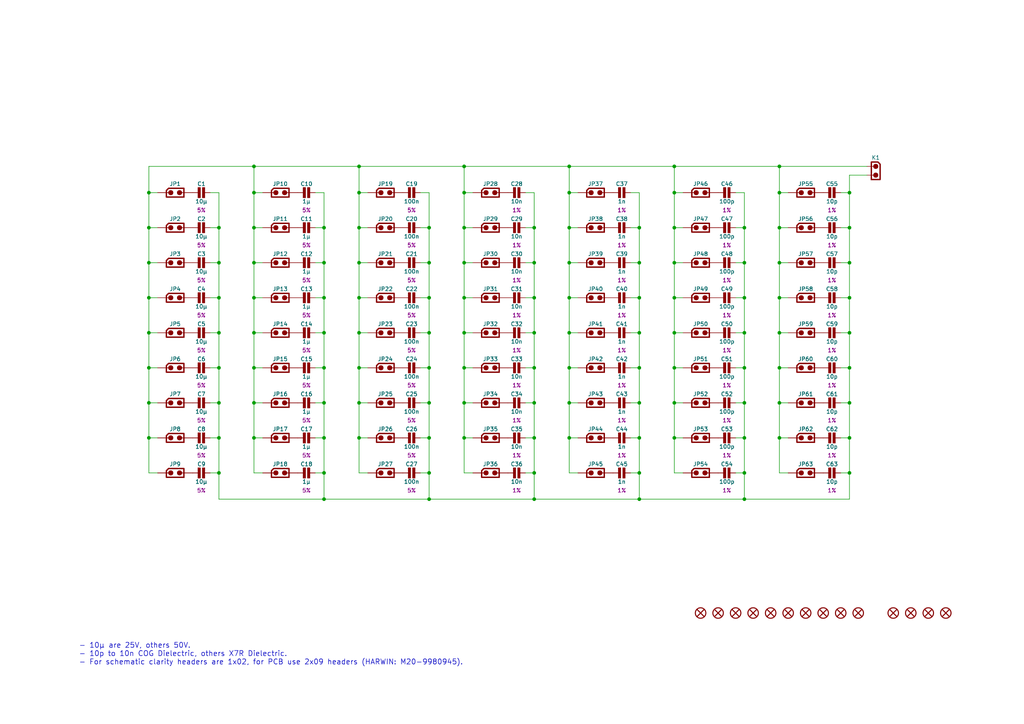
<source format=kicad_sch>
(kicad_sch (version 20250114) (generator "eeschema") (generator_version "9.0")
  (paper "A4")
  (title_block (title "Capacitors Board") (date "01/2022") (rev "A"))
  (text "- 10µ are 25V, others 50V.\n- 10p to 10n COG Dielectric, others X7R Dielectric.\n- For schematic clarity headers are 1x02, for PCB use 2x09 headers (HARWIN: M20-9980945)." (at 22.86 193.04 0) (effects (font (size 1.5 1.5)) (justify left bottom)))
  (junction (at 246.38 76.2))
  (junction (at 73.66 66.04))
  (junction (at 185.42 137.16))
  (junction (at 124.46 86.36))
  (junction (at 195.58 116.84))
  (junction (at 154.94 144.78))
  (junction (at 185.42 144.78))
  (junction (at 134.62 66.04))
  (junction (at 134.62 48.26))
  (junction (at 185.42 66.04))
  (junction (at 165.1 127))
  (junction (at 134.62 106.68))
  (junction (at 104.14 106.68))
  (junction (at 134.62 127))
  (junction (at 63.5 66.04))
  (junction (at 43.18 116.84))
  (junction (at 93.98 116.84))
  (junction (at 63.5 116.84))
  (junction (at 63.5 86.36))
  (junction (at 165.1 106.68))
  (junction (at 215.9 116.84))
  (junction (at 93.98 66.04))
  (junction (at 246.38 127))
  (junction (at 104.14 66.04))
  (junction (at 246.38 106.68))
  (junction (at 185.42 127))
  (junction (at 43.18 76.2))
  (junction (at 246.38 86.36))
  (junction (at 215.9 76.2))
  (junction (at 154.94 66.04))
  (junction (at 43.18 127))
  (junction (at 124.46 66.04))
  (junction (at 185.42 96.52))
  (junction (at 93.98 76.2))
  (junction (at 154.94 127))
  (junction (at 124.46 106.68))
  (junction (at 124.46 144.78))
  (junction (at 154.94 116.84))
  (junction (at 93.98 86.36))
  (junction (at 154.94 106.68))
  (junction (at 63.5 127))
  (junction (at 93.98 137.16))
  (junction (at 124.46 116.84))
  (junction (at 246.38 55.88))
  (junction (at 104.14 116.84))
  (junction (at 63.5 137.16))
  (junction (at 195.58 76.2))
  (junction (at 215.9 96.52))
  (junction (at 195.58 66.04))
  (junction (at 165.1 86.36))
  (junction (at 215.9 144.78))
  (junction (at 165.1 96.52))
  (junction (at 165.1 55.88))
  (junction (at 73.66 86.36))
  (junction (at 154.94 96.52))
  (junction (at 124.46 127))
  (junction (at 215.9 66.04))
  (junction (at 134.62 116.84))
  (junction (at 104.14 96.52))
  (junction (at 93.98 127))
  (junction (at 246.38 116.84))
  (junction (at 226.06 48.26))
  (junction (at 104.14 86.36))
  (junction (at 43.18 106.68))
  (junction (at 73.66 76.2))
  (junction (at 73.66 106.68))
  (junction (at 104.14 55.88))
  (junction (at 195.58 55.88))
  (junction (at 93.98 106.68))
  (junction (at 73.66 96.52))
  (junction (at 185.42 76.2))
  (junction (at 226.06 76.2))
  (junction (at 154.94 76.2))
  (junction (at 134.62 86.36))
  (junction (at 73.66 116.84))
  (junction (at 165.1 116.84))
  (junction (at 215.9 106.68))
  (junction (at 124.46 76.2))
  (junction (at 124.46 96.52))
  (junction (at 63.5 76.2))
  (junction (at 165.1 66.04))
  (junction (at 226.06 66.04))
  (junction (at 185.42 116.84))
  (junction (at 246.38 66.04))
  (junction (at 195.58 86.36))
  (junction (at 124.46 137.16))
  (junction (at 215.9 86.36))
  (junction (at 226.06 96.52))
  (junction (at 195.58 96.52))
  (junction (at 226.06 127))
  (junction (at 246.38 96.52))
  (junction (at 73.66 127))
  (junction (at 226.06 106.68))
  (junction (at 154.94 86.36))
  (junction (at 104.14 48.26))
  (junction (at 43.18 96.52))
  (junction (at 73.66 48.26))
  (junction (at 226.06 116.84))
  (junction (at 165.1 76.2))
  (junction (at 93.98 96.52))
  (junction (at 63.5 96.52))
  (junction (at 63.5 106.68))
  (junction (at 104.14 76.2))
  (junction (at 246.38 137.16))
  (junction (at 195.58 48.26))
  (junction (at 43.18 55.88))
  (junction (at 185.42 106.68))
  (junction (at 215.9 137.16))
  (junction (at 73.66 55.88))
  (junction (at 104.14 127))
  (junction (at 134.62 76.2))
  (junction (at 93.98 144.78))
  (junction (at 195.58 127))
  (junction (at 226.06 55.88))
  (junction (at 43.18 66.04))
  (junction (at 154.94 137.16))
  (junction (at 185.42 86.36))
  (junction (at 215.9 127))
  (junction (at 134.62 96.52))
  (junction (at 195.58 106.68))
  (junction (at 43.18 86.36))
  (junction (at 165.1 48.26))
  (junction (at 226.06 86.36))
  (junction (at 134.62 55.88))
  (wire (pts (xy 213.36 106.68) (xy 215.9 106.68)))
  (wire (pts (xy 134.62 55.88) (xy 137.16 55.88)))
  (wire (pts (xy 226.06 86.36) (xy 226.06 96.52)))
  (wire (pts (xy 121.92 106.68) (xy 124.46 106.68)))
  (wire (pts (xy 124.46 66.04) (xy 124.46 76.2)))
  (wire (pts (xy 124.46 116.84) (xy 124.46 127)))
  (wire (pts (xy 104.14 66.04) (xy 104.14 76.2)))
  (wire (pts (xy 215.9 116.84) (xy 215.9 127)))
  (wire (pts (xy 121.92 116.84) (xy 124.46 116.84)))
  (wire (pts (xy 154.94 127) (xy 154.94 137.16)))
  (wire (pts (xy 93.98 127) (xy 93.98 137.16)))
  (wire (pts (xy 165.1 96.52) (xy 167.64 96.52)))
  (wire (pts (xy 226.06 76.2) (xy 226.06 86.36)))
  (wire (pts (xy 195.58 48.26) (xy 195.58 55.88)))
  (wire (pts (xy 63.5 137.16) (xy 63.5 127)))
  (wire (pts (xy 246.38 127) (xy 246.38 116.84)))
  (wire (pts (xy 91.44 137.16) (xy 93.98 137.16)))
  (wire (pts (xy 91.44 96.52) (xy 93.98 96.52)))
  (wire (pts (xy 134.62 76.2) (xy 137.16 76.2)))
  (wire (pts (xy 93.98 137.16) (xy 93.98 144.78)))
  (wire (pts (xy 93.98 144.78) (xy 124.46 144.78)))
  (wire (pts (xy 124.46 144.78) (xy 154.94 144.78)))
  (wire (pts (xy 154.94 144.78) (xy 185.42 144.78)))
  (wire (pts (xy 185.42 144.78) (xy 215.9 144.78)))
  (wire (pts (xy 73.66 137.16) (xy 76.2 137.16)))
  (wire (pts (xy 185.42 55.88) (xy 185.42 66.04)))
  (wire (pts (xy 73.66 116.84) (xy 73.66 127)))
  (wire (pts (xy 73.66 127) (xy 73.66 137.16)))
  (wire (pts (xy 73.66 48.26) (xy 104.14 48.26)))
  (wire (pts (xy 63.5 86.36) (xy 63.5 76.2)))
  (wire (pts (xy 154.94 137.16) (xy 154.94 144.78)))
  (wire (pts (xy 91.44 127) (xy 93.98 127)))
  (wire (pts (xy 195.58 86.36) (xy 198.12 86.36)))
  (wire (pts (xy 104.14 55.88) (xy 104.14 66.04)))
  (wire (pts (xy 73.66 127) (xy 76.2 127)))
  (wire (pts (xy 63.5 144.78) (xy 63.5 137.16)))
  (wire (pts (xy 63.5 55.88) (xy 60.96 55.88)))
  (wire (pts (xy 243.84 137.16) (xy 246.38 137.16)))
  (wire (pts (xy 195.58 137.16) (xy 198.12 137.16)))
  (wire (pts (xy 60.96 106.68) (xy 63.5 106.68)))
  (wire (pts (xy 73.66 76.2) (xy 76.2 76.2)))
  (wire (pts (xy 226.06 76.2) (xy 228.6 76.2)))
  (wire (pts (xy 213.36 66.04) (xy 215.9 66.04)))
  (wire (pts (xy 215.9 66.04) (xy 215.9 55.88)))
  (wire (pts (xy 226.06 106.68) (xy 226.06 116.84)))
  (wire (pts (xy 185.42 66.04) (xy 185.42 76.2)))
  (wire (pts (xy 165.1 48.26) (xy 195.58 48.26)))
  (wire (pts (xy 43.18 48.26) (xy 73.66 48.26)))
  (wire (pts (xy 152.4 127) (xy 154.94 127)))
  (wire (pts (xy 60.96 127) (xy 63.5 127)))
  (wire (pts (xy 226.06 127) (xy 228.6 127)))
  (wire (pts (xy 246.38 66.04) (xy 246.38 55.88)))
  (wire (pts (xy 185.42 137.16) (xy 185.42 144.78)))
  (wire (pts (xy 182.88 66.04) (xy 185.42 66.04)))
  (wire (pts (xy 165.1 137.16) (xy 167.64 137.16)))
  (wire (pts (xy 165.1 55.88) (xy 165.1 66.04)))
  (wire (pts (xy 93.98 66.04) (xy 93.98 76.2)))
  (wire (pts (xy 182.88 96.52) (xy 185.42 96.52)))
  (wire (pts (xy 134.62 127) (xy 137.16 127)))
  (wire (pts (xy 104.14 48.26) (xy 134.62 48.26)))
  (wire (pts (xy 43.18 127) (xy 45.72 127)))
  (wire (pts (xy 165.1 127) (xy 165.1 137.16)))
  (wire (pts (xy 243.84 96.52) (xy 246.38 96.52)))
  (wire (pts (xy 73.66 96.52) (xy 76.2 96.52)))
  (wire (pts (xy 43.18 55.88) (xy 43.18 66.04)))
  (wire (pts (xy 124.46 106.68) (xy 124.46 116.84)))
  (wire (pts (xy 215.9 66.04) (xy 215.9 76.2)))
  (wire (pts (xy 165.1 116.84) (xy 165.1 127)))
  (wire (pts (xy 185.42 96.52) (xy 185.42 106.68)))
  (wire (pts (xy 182.88 55.88) (xy 185.42 55.88)))
  (wire (pts (xy 73.66 86.36) (xy 76.2 86.36)))
  (wire (pts (xy 91.44 76.2) (xy 93.98 76.2)))
  (wire (pts (xy 43.18 96.52) (xy 45.72 96.52)))
  (wire (pts (xy 63.5 76.2) (xy 63.5 66.04)))
  (wire (pts (xy 121.92 127) (xy 124.46 127)))
  (wire (pts (xy 182.88 116.84) (xy 185.42 116.84)))
  (wire (pts (xy 93.98 116.84) (xy 93.98 127)))
  (wire (pts (xy 104.14 96.52) (xy 104.14 106.68)))
  (wire (pts (xy 152.4 76.2) (xy 154.94 76.2)))
  (wire (pts (xy 104.14 106.68) (xy 104.14 116.84)))
  (wire (pts (xy 182.88 106.68) (xy 185.42 106.68)))
  (wire (pts (xy 165.1 106.68) (xy 165.1 116.84)))
  (wire (pts (xy 185.42 76.2) (xy 185.42 86.36)))
  (wire (pts (xy 43.18 55.88) (xy 45.72 55.88)))
  (wire (pts (xy 93.98 144.78) (xy 63.5 144.78)))
  (wire (pts (xy 152.4 116.84) (xy 154.94 116.84)))
  (wire (pts (xy 93.98 96.52) (xy 93.98 106.68)))
  (wire (pts (xy 104.14 76.2) (xy 106.68 76.2)))
  (wire (pts (xy 195.58 66.04) (xy 195.58 76.2)))
  (wire (pts (xy 165.1 76.2) (xy 165.1 86.36)))
  (wire (pts (xy 154.94 106.68) (xy 154.94 116.84)))
  (wire (pts (xy 243.84 127) (xy 246.38 127)))
  (wire (pts (xy 60.96 86.36) (xy 63.5 86.36)))
  (wire (pts (xy 195.58 106.68) (xy 195.58 116.84)))
  (wire (pts (xy 134.62 66.04) (xy 137.16 66.04)))
  (wire (pts (xy 124.46 96.52) (xy 124.46 106.68)))
  (wire (pts (xy 195.58 66.04) (xy 198.12 66.04)))
  (wire (pts (xy 215.9 144.78) (xy 246.38 144.78)))
  (wire (pts (xy 134.62 66.04) (xy 134.62 76.2)))
  (wire (pts (xy 152.4 137.16) (xy 154.94 137.16)))
  (wire (pts (xy 226.06 55.88) (xy 226.06 66.04)))
  (wire (pts (xy 91.44 55.88) (xy 93.98 55.88)))
  (wire (pts (xy 124.46 127) (xy 124.46 137.16)))
  (wire (pts (xy 43.18 137.16) (xy 45.72 137.16)))
  (wire (pts (xy 182.88 76.2) (xy 185.42 76.2)))
  (wire (pts (xy 104.14 86.36) (xy 104.14 96.52)))
  (wire (pts (xy 154.94 76.2) (xy 154.94 86.36)))
  (wire (pts (xy 195.58 76.2) (xy 195.58 86.36)))
  (wire (pts (xy 104.14 76.2) (xy 104.14 86.36)))
  (wire (pts (xy 243.84 76.2) (xy 246.38 76.2)))
  (wire (pts (xy 246.38 137.16) (xy 246.38 127)))
  (wire (pts (xy 43.18 127) (xy 43.18 137.16)))
  (wire (pts (xy 93.98 76.2) (xy 93.98 86.36)))
  (wire (pts (xy 134.62 106.68) (xy 134.62 116.84)))
  (wire (pts (xy 215.9 76.2) (xy 215.9 86.36)))
  (wire (pts (xy 73.66 48.26) (xy 73.66 55.88)))
  (wire (pts (xy 165.1 55.88) (xy 167.64 55.88)))
  (wire (pts (xy 195.58 48.26) (xy 226.06 48.26)))
  (wire (pts (xy 185.42 116.84) (xy 185.42 127)))
  (wire (pts (xy 213.36 137.16) (xy 215.9 137.16)))
  (wire (pts (xy 165.1 127) (xy 167.64 127)))
  (wire (pts (xy 73.66 86.36) (xy 73.66 96.52)))
  (wire (pts (xy 134.62 86.36) (xy 137.16 86.36)))
  (wire (pts (xy 43.18 106.68) (xy 43.18 116.84)))
  (wire (pts (xy 104.14 66.04) (xy 106.68 66.04)))
  (wire (pts (xy 215.9 137.16) (xy 215.9 144.78)))
  (wire (pts (xy 246.38 86.36) (xy 246.38 76.2)))
  (wire (pts (xy 165.1 86.36) (xy 165.1 96.52)))
  (wire (pts (xy 43.18 86.36) (xy 45.72 86.36)))
  (wire (pts (xy 43.18 66.04) (xy 45.72 66.04)))
  (wire (pts (xy 226.06 116.84) (xy 228.6 116.84)))
  (wire (pts (xy 63.5 66.04) (xy 63.5 55.88)))
  (wire (pts (xy 121.92 66.04) (xy 124.46 66.04)))
  (wire (pts (xy 154.94 116.84) (xy 154.94 127)))
  (wire (pts (xy 73.66 55.88) (xy 73.66 66.04)))
  (wire (pts (xy 134.62 48.26) (xy 165.1 48.26)))
  (wire (pts (xy 134.62 96.52) (xy 134.62 106.68)))
  (wire (pts (xy 195.58 127) (xy 195.58 137.16)))
  (wire (pts (xy 60.96 76.2) (xy 63.5 76.2)))
  (wire (pts (xy 154.94 66.04) (xy 154.94 76.2)))
  (wire (pts (xy 226.06 66.04) (xy 226.06 76.2)))
  (wire (pts (xy 165.1 96.52) (xy 165.1 106.68)))
  (wire (pts (xy 124.46 76.2) (xy 124.46 86.36)))
  (wire (pts (xy 195.58 86.36) (xy 195.58 96.52)))
  (wire (pts (xy 104.14 137.16) (xy 106.68 137.16)))
  (wire (pts (xy 134.62 137.16) (xy 137.16 137.16)))
  (wire (pts (xy 104.14 116.84) (xy 106.68 116.84)))
  (wire (pts (xy 215.9 127) (xy 215.9 137.16)))
  (wire (pts (xy 195.58 96.52) (xy 195.58 106.68)))
  (wire (pts (xy 73.66 116.84) (xy 76.2 116.84)))
  (wire (pts (xy 226.06 96.52) (xy 226.06 106.68)))
  (wire (pts (xy 63.5 116.84) (xy 63.5 106.68)))
  (wire (pts (xy 93.98 106.68) (xy 93.98 116.84)))
  (wire (pts (xy 104.14 96.52) (xy 106.68 96.52)))
  (wire (pts (xy 226.06 106.68) (xy 228.6 106.68)))
  (wire (pts (xy 63.5 127) (xy 63.5 116.84)))
  (wire (pts (xy 213.36 55.88) (xy 215.9 55.88)))
  (wire (pts (xy 104.14 127) (xy 106.68 127)))
  (wire (pts (xy 195.58 55.88) (xy 198.12 55.88)))
  (wire (pts (xy 213.36 116.84) (xy 215.9 116.84)))
  (wire (pts (xy 73.66 106.68) (xy 73.66 116.84)))
  (wire (pts (xy 134.62 96.52) (xy 137.16 96.52)))
  (wire (pts (xy 165.1 76.2) (xy 167.64 76.2)))
  (wire (pts (xy 195.58 127) (xy 198.12 127)))
  (wire (pts (xy 73.66 55.88) (xy 76.2 55.88)))
  (wire (pts (xy 182.88 127) (xy 185.42 127)))
  (wire (pts (xy 246.38 144.78) (xy 246.38 137.16)))
  (wire (pts (xy 43.18 116.84) (xy 45.72 116.84)))
  (wire (pts (xy 124.46 137.16) (xy 124.46 144.78)))
  (wire (pts (xy 43.18 116.84) (xy 43.18 127)))
  (wire (pts (xy 93.98 55.88) (xy 93.98 66.04)))
  (wire (pts (xy 152.4 106.68) (xy 154.94 106.68)))
  (wire (pts (xy 165.1 86.36) (xy 167.64 86.36)))
  (wire (pts (xy 226.06 96.52) (xy 228.6 96.52)))
  (wire (pts (xy 43.18 86.36) (xy 43.18 96.52)))
  (wire (pts (xy 165.1 66.04) (xy 167.64 66.04)))
  (wire (pts (xy 215.9 96.52) (xy 215.9 106.68)))
  (wire (pts (xy 121.92 76.2) (xy 124.46 76.2)))
  (wire (pts (xy 182.88 86.36) (xy 185.42 86.36)))
  (wire (pts (xy 213.36 127) (xy 215.9 127)))
  (wire (pts (xy 134.62 127) (xy 134.62 137.16)))
  (wire (pts (xy 165.1 106.68) (xy 167.64 106.68)))
  (wire (pts (xy 60.96 66.04) (xy 63.5 66.04)))
  (wire (pts (xy 152.4 96.52) (xy 154.94 96.52)))
  (wire (pts (xy 246.38 116.84) (xy 246.38 106.68)))
  (wire (pts (xy 243.84 86.36) (xy 246.38 86.36)))
  (wire (pts (xy 226.06 48.26) (xy 251.46 48.26)))
  (wire (pts (xy 93.98 86.36) (xy 93.98 96.52)))
  (wire (pts (xy 243.84 55.88) (xy 246.38 55.88)))
  (wire (pts (xy 165.1 66.04) (xy 165.1 76.2)))
  (wire (pts (xy 246.38 106.68) (xy 246.38 96.52)))
  (wire (pts (xy 195.58 106.68) (xy 198.12 106.68)))
  (wire (pts (xy 60.96 137.16) (xy 63.5 137.16)))
  (wire (pts (xy 182.88 137.16) (xy 185.42 137.16)))
  (wire (pts (xy 215.9 86.36) (xy 215.9 96.52)))
  (wire (pts (xy 246.38 55.88) (xy 246.38 50.8)))
  (wire (pts (xy 73.66 66.04) (xy 76.2 66.04)))
  (wire (pts (xy 213.36 76.2) (xy 215.9 76.2)))
  (wire (pts (xy 134.62 55.88) (xy 134.62 66.04)))
  (wire (pts (xy 91.44 116.84) (xy 93.98 116.84)))
  (wire (pts (xy 154.94 96.52) (xy 154.94 106.68)))
  (wire (pts (xy 185.42 86.36) (xy 185.42 96.52)))
  (wire (pts (xy 91.44 86.36) (xy 93.98 86.36)))
  (wire (pts (xy 63.5 106.68) (xy 63.5 96.52)))
  (wire (pts (xy 243.84 106.68) (xy 246.38 106.68)))
  (wire (pts (xy 43.18 76.2) (xy 45.72 76.2)))
  (wire (pts (xy 43.18 76.2) (xy 43.18 86.36)))
  (wire (pts (xy 152.4 86.36) (xy 154.94 86.36)))
  (wire (pts (xy 215.9 106.68) (xy 215.9 116.84)))
  (wire (pts (xy 121.92 55.88) (xy 124.46 55.88)))
  (wire (pts (xy 124.46 55.88) (xy 124.46 66.04)))
  (wire (pts (xy 134.62 86.36) (xy 134.62 96.52)))
  (wire (pts (xy 226.06 127) (xy 226.06 137.16)))
  (wire (pts (xy 104.14 55.88) (xy 106.68 55.88)))
  (wire (pts (xy 134.62 76.2) (xy 134.62 86.36)))
  (wire (pts (xy 246.38 50.8) (xy 251.46 50.8)))
  (wire (pts (xy 213.36 96.52) (xy 215.9 96.52)))
  (wire (pts (xy 195.58 55.88) (xy 195.58 66.04)))
  (wire (pts (xy 134.62 116.84) (xy 134.62 127)))
  (wire (pts (xy 43.18 48.26) (xy 43.18 55.88)))
  (wire (pts (xy 165.1 48.26) (xy 165.1 55.88)))
  (wire (pts (xy 104.14 48.26) (xy 104.14 55.88)))
  (wire (pts (xy 226.06 86.36) (xy 228.6 86.36)))
  (wire (pts (xy 243.84 116.84) (xy 246.38 116.84)))
  (wire (pts (xy 73.66 96.52) (xy 73.66 106.68)))
  (wire (pts (xy 226.06 48.26) (xy 226.06 55.88)))
  (wire (pts (xy 165.1 116.84) (xy 167.64 116.84)))
  (wire (pts (xy 104.14 86.36) (xy 106.68 86.36)))
  (wire (pts (xy 43.18 106.68) (xy 45.72 106.68)))
  (wire (pts (xy 226.06 66.04) (xy 228.6 66.04)))
  (wire (pts (xy 243.84 66.04) (xy 246.38 66.04)))
  (wire (pts (xy 213.36 86.36) (xy 215.9 86.36)))
  (wire (pts (xy 195.58 116.84) (xy 195.58 127)))
  (wire (pts (xy 91.44 66.04) (xy 93.98 66.04)))
  (wire (pts (xy 73.66 76.2) (xy 73.66 86.36)))
  (wire (pts (xy 134.62 106.68) (xy 137.16 106.68)))
  (wire (pts (xy 195.58 96.52) (xy 198.12 96.52)))
  (wire (pts (xy 43.18 96.52) (xy 43.18 106.68)))
  (wire (pts (xy 185.42 106.68) (xy 185.42 116.84)))
  (wire (pts (xy 185.42 127) (xy 185.42 137.16)))
  (wire (pts (xy 60.96 116.84) (xy 63.5 116.84)))
  (wire (pts (xy 60.96 96.52) (xy 63.5 96.52)))
  (wire (pts (xy 226.06 137.16) (xy 228.6 137.16)))
  (wire (pts (xy 226.06 116.84) (xy 226.06 127)))
  (wire (pts (xy 154.94 55.88) (xy 154.94 66.04)))
  (wire (pts (xy 63.5 96.52) (xy 63.5 86.36)))
  (wire (pts (xy 246.38 76.2) (xy 246.38 66.04)))
  (wire (pts (xy 124.46 86.36) (xy 124.46 96.52)))
  (wire (pts (xy 134.62 116.84) (xy 137.16 116.84)))
  (wire (pts (xy 246.38 96.52) (xy 246.38 86.36)))
  (wire (pts (xy 134.62 48.26) (xy 134.62 55.88)))
  (wire (pts (xy 104.14 106.68) (xy 106.68 106.68)))
  (wire (pts (xy 152.4 55.88) (xy 154.94 55.88)))
  (wire (pts (xy 195.58 76.2) (xy 198.12 76.2)))
  (wire (pts (xy 43.18 66.04) (xy 43.18 76.2)))
  (wire (pts (xy 121.92 86.36) (xy 124.46 86.36)))
  (wire (pts (xy 104.14 116.84) (xy 104.14 127)))
  (wire (pts (xy 121.92 137.16) (xy 124.46 137.16)))
  (wire (pts (xy 154.94 86.36) (xy 154.94 96.52)))
  (wire (pts (xy 195.58 116.84) (xy 198.12 116.84)))
  (wire (pts (xy 91.44 106.68) (xy 93.98 106.68)))
  (wire (pts (xy 104.14 127) (xy 104.14 137.16)))
  (wire (pts (xy 152.4 66.04) (xy 154.94 66.04)))
  (wire (pts (xy 121.92 96.52) (xy 124.46 96.52)))
  (wire (pts (xy 226.06 55.88) (xy 228.6 55.88)))
  (wire (pts (xy 73.66 66.04) (xy 73.66 76.2)))
  (wire (pts (xy 73.66 106.68) (xy 76.2 106.68)))
  (symbol (lib_id "tronixio:HARWIN-254-M-1X02-JUMPER-VERTICAL") (at 203.2 106.68 90) (unit 1)
    (property "Reference" "JP51" (at 203.2 104.14 90) (effects (font (size 1.15 1.15))))
    (property "Footprint" "tronixio:HARWIN-M20-999024x" (effects (hide yes)))
    (property "Datasheet" "https://www.harwin.com/products/M20-9990246/" (effects (hide yes)))
    (property "Description" "M20 Series - 2.54mm Pitch PCB Connector" (effects (hide yes)))
    (property "Mouser" "855-M20-999024" (effects (hide yes)))
  )
  (symbol (lib_id "tronixio:CAPACITOR-1206-10N-50V-1P-COG") (at 149.86 116.84 90) (unit 1)
    (property "Reference" "C34" (at 149.86 114.3 90) (effects (font (size 1.15 1.15))))
    (property "Value" "10n" (at 149.86 119.38 90) (effects (font (size 1.15 1.15))))
    (property "Footprint" "tronixio:CAPACITOR-SMD-1206" (effects (hide yes)))
    (property "Description" "Unpolarized Capacitor" (effects (hide yes)))
    (property "Mouser" "80-C1206C103F5GECTU" (effects (hide yes)))
    (property "Voltage" "50V" (effects (hide yes)))
    (property "Tolerance" "1%" (at 149.86 121.92 90) (effects (font (size 1.15 1.15))))
  )
  (symbol (lib_id "tronixio:HARWIN-254-M-1X02-JUMPER-VERTICAL") (at 142.24 86.36 90) (unit 1)
    (property "Reference" "JP31" (at 142.24 83.82 90) (effects (font (size 1.15 1.15))))
    (property "Footprint" "tronixio:HARWIN-M20-999024x" (effects (hide yes)))
    (property "Datasheet" "https://www.harwin.com/products/M20-9990246/" (effects (hide yes)))
    (property "Description" "M20 Series - 2.54mm Pitch PCB Connector" (effects (hide yes)))
    (property "Mouser" "855-M20-999024" (effects (hide yes)))
  )
  (symbol (lib_id "tronixio:CAPACITOR-1206-1N-50V-1P-COG") (at 180.34 86.36 90) (unit 1)
    (property "Reference" "C40" (at 180.34 83.82 90) (effects (font (size 1.15 1.15))))
    (property "Value" "1n" (at 180.34 88.9 90) (effects (font (size 1.15 1.15))))
    (property "Footprint" "tronixio:CAPACITOR-SMD-1206" (effects (hide yes)))
    (property "Description" "Unpolarized Capacitor" (effects (hide yes)))
    (property "Mouser" "81-GRM3195C1H223FA1" (effects (hide yes)))
    (property "Voltage" "50V" (effects (hide yes)))
    (property "Tolerance" "1%" (at 180.34 91.44 90) (effects (font (size 1.15 1.15))))
  )
  (symbol (lib_id "tronixio:CAPACITOR-1206-100P-50V-1P-COG") (at 210.82 116.84 90) (unit 1)
    (property "Reference" "C52" (at 210.82 114.3 90) (effects (font (size 1.15 1.15))))
    (property "Value" "100p" (at 210.82 119.38 90) (effects (font (size 1.15 1.15))))
    (property "Footprint" "tronixio:CAPACITOR-SMD-1206" (effects (hide yes)))
    (property "Description" "Unpolarized Capacitor" (effects (hide yes)))
    (property "Mouser" "80-C1206C101F5G" (effects (hide yes)))
    (property "Voltage" "50V" (effects (hide yes)))
    (property "Tolerance" "1%" (at 210.82 121.92 90) (effects (font (size 1.15 1.15))))
  )
  (symbol (lib_id "tronixio:CAPACITOR-1206-100N-50V-5P-X7R") (at 119.38 86.36 90) (unit 1)
    (property "Reference" "C22" (at 119.38 83.82 90) (effects (font (size 1.15 1.15))))
    (property "Value" "100n" (at 119.38 88.9 90) (effects (font (size 1.15 1.15))))
    (property "Footprint" "tronixio:CAPACITOR-SMD-1206" (effects (hide yes)))
    (property "Description" "Unpolarized Capacitor" (effects (hide yes)))
    (property "Mouser" "80-C1206C104J5R" (effects (hide yes)))
    (property "Voltage" "50V" (effects (hide yes)))
    (property "Tolerance" "5%" (at 119.38 91.44 90) (effects (font (size 1.15 1.15))))
  )
  (symbol (lib_id "tronixio:HARWIN-254-M-1X02-JUMPER-VERTICAL") (at 172.72 86.36 90) (unit 1)
    (property "Reference" "JP40" (at 172.72 83.82 90) (effects (font (size 1.15 1.15))))
    (property "Footprint" "tronixio:HARWIN-M20-999024x" (effects (hide yes)))
    (property "Datasheet" "https://www.harwin.com/products/M20-9990246/" (effects (hide yes)))
    (property "Description" "M20 Series - 2.54mm Pitch PCB Connector" (effects (hide yes)))
    (property "Mouser" "855-M20-999024" (effects (hide yes)))
  )
  (symbol (lib_id "tronixio:CAPACITOR-1206-10U-25V-5P-X7R") (at 58.42 55.88 90) (unit 1)
    (property "Reference" "C1" (at 58.42 53.34 90) (effects (font (size 1.15 1.15))))
    (property "Value" "10µ" (at 58.42 58.42 90) (effects (font (size 1.15 1.15))))
    (property "Footprint" "tronixio:CAPACITOR-SMD-1206" (effects (hide yes)))
    (property "Description" "Unpolarized Capacitor" (effects (hide yes)))
    (property "Voltage" "25V" (effects (hide yes)))
    (property "Tolerance" "5%" (at 58.42 60.96 90) (effects (font (size 1.15 1.15))))
    (property "Mouser" "80-C1206C106J3R" (effects (hide yes)))
  )
  (symbol (lib_id "tronixio:CAPACITOR-1206-10N-50V-1P-COG") (at 149.86 137.16 90) (unit 1)
    (property "Reference" "C36" (at 149.86 134.62 90) (effects (font (size 1.15 1.15))))
    (property "Value" "10n" (at 149.86 139.7 90) (effects (font (size 1.15 1.15))))
    (property "Footprint" "tronixio:CAPACITOR-SMD-1206" (effects (hide yes)))
    (property "Description" "Unpolarized Capacitor" (effects (hide yes)))
    (property "Mouser" "80-C1206C103F5GECTU" (effects (hide yes)))
    (property "Voltage" "50V" (effects (hide yes)))
    (property "Tolerance" "1%" (at 149.86 142.24 90) (effects (font (size 1.15 1.15))))
  )
  (symbol (lib_id "tronixio:CAPACITOR-1206-10U-25V-5P-X7R") (at 58.42 86.36 90) (unit 1)
    (property "Reference" "C4" (at 58.42 83.82 90) (effects (font (size 1.15 1.15))))
    (property "Value" "10µ" (at 58.42 88.9 90) (effects (font (size 1.15 1.15))))
    (property "Footprint" "tronixio:CAPACITOR-SMD-1206" (effects (hide yes)))
    (property "Description" "Unpolarized Capacitor" (effects (hide yes)))
    (property "Voltage" "25V" (effects (hide yes)))
    (property "Tolerance" "5%" (at 58.42 91.44 90) (effects (font (size 1.15 1.15))))
    (property "Mouser" "80-C1206C106J3R" (effects (hide yes)))
  )
  (symbol (lib_id "tronixio:HARWIN-JUMPER-0254-14MM-BLACK") (at 218.44 177.8 0) (unit 1)
    (property "Reference" "JP67" (effects (hide yes)))
    (property "Value" "HARWIN-JUMPER-0254-14MM-BLACK" (effects (hide yes)))
    (property "Footprint" "tronixio:HARWIN-M20-7680-7683" (effects (hide yes)))
    (property "Datasheet" "https://cdn.harwin.com/pdfs/M7680-M7683.pdf" (effects (hide yes)))
    (property "Description" "2.54 Pitch Open Top Jumper Socket" (effects (hide yes)))
    (property "Mouser" "855-M7682" (effects (hide yes)))
  )
  (symbol (lib_id "tronixio:CAPACITOR-1206-1U-50V-5P-X7R") (at 88.9 116.84 90) (unit 1)
    (property "Reference" "C16" (at 88.9 114.3 90) (effects (font (size 1.15 1.15))))
    (property "Value" "1µ" (at 88.9 119.38 90) (effects (font (size 1.15 1.15))))
    (property "Footprint" "tronixio:CAPACITOR-SMD-1206" (effects (hide yes)))
    (property "Description" "Unpolarized Capacitor" (effects (hide yes)))
    (property "Mouser" "80-C1206C105J5" (effects (hide yes)))
    (property "Voltage" "50V" (effects (hide yes)))
    (property "Tolerance" "5%" (at 88.9 121.92 90) (effects (font (size 1.15 1.15))))
  )
  (symbol (lib_id "tronixio:CAPACITOR-1206-10N-50V-1P-COG") (at 149.86 96.52 90) (unit 1)
    (property "Reference" "C32" (at 149.86 93.98 90) (effects (font (size 1.15 1.15))))
    (property "Value" "10n" (at 149.86 99.06 90) (effects (font (size 1.15 1.15))))
    (property "Footprint" "tronixio:CAPACITOR-SMD-1206" (effects (hide yes)))
    (property "Description" "Unpolarized Capacitor" (effects (hide yes)))
    (property "Mouser" "80-C1206C103F5GECTU" (effects (hide yes)))
    (property "Voltage" "50V" (effects (hide yes)))
    (property "Tolerance" "1%" (at 149.86 101.6 90) (effects (font (size 1.15 1.15))))
  )
  (symbol (lib_id "tronixio:CAPACITOR-1206-10N-50V-1P-COG") (at 149.86 86.36 90) (unit 1)
    (property "Reference" "C31" (at 149.86 83.82 90) (effects (font (size 1.15 1.15))))
    (property "Value" "10n" (at 149.86 88.9 90) (effects (font (size 1.15 1.15))))
    (property "Footprint" "tronixio:CAPACITOR-SMD-1206" (effects (hide yes)))
    (property "Description" "Unpolarized Capacitor" (effects (hide yes)))
    (property "Mouser" "80-C1206C103F5GECTU" (effects (hide yes)))
    (property "Voltage" "50V" (effects (hide yes)))
    (property "Tolerance" "1%" (at 149.86 91.44 90) (effects (font (size 1.15 1.15))))
  )
  (symbol (lib_id "tronixio:HARWIN-254-M-1X02-JUMPER-VERTICAL") (at 142.24 137.16 90) (unit 1)
    (property "Reference" "JP36" (at 142.24 134.62 90) (effects (font (size 1.15 1.15))))
    (property "Footprint" "tronixio:HARWIN-M20-999024x" (effects (hide yes)))
    (property "Datasheet" "https://www.harwin.com/products/M20-9990246/" (effects (hide yes)))
    (property "Description" "M20 Series - 2.54mm Pitch PCB Connector" (effects (hide yes)))
    (property "Mouser" "855-M20-999024" (effects (hide yes)))
  )
  (symbol (lib_id "tronixio:HARWIN-254-M-1X02-JUMPER-VERTICAL") (at 172.72 127 90) (unit 1)
    (property "Reference" "JP44" (at 172.72 124.46 90) (effects (font (size 1.15 1.15))))
    (property "Footprint" "tronixio:HARWIN-M20-999024x" (effects (hide yes)))
    (property "Datasheet" "https://www.harwin.com/products/M20-9990246/" (effects (hide yes)))
    (property "Description" "M20 Series - 2.54mm Pitch PCB Connector" (effects (hide yes)))
    (property "Mouser" "855-M20-999024" (effects (hide yes)))
  )
  (symbol (lib_id "tronixio:HARWIN-254-M-1X02-JUMPER-VERTICAL") (at 142.24 96.52 90) (unit 1)
    (property "Reference" "JP32" (at 142.24 93.98 90) (effects (font (size 1.15 1.15))))
    (property "Footprint" "tronixio:HARWIN-M20-999024x" (effects (hide yes)))
    (property "Datasheet" "https://www.harwin.com/products/M20-9990246/" (effects (hide yes)))
    (property "Description" "M20 Series - 2.54mm Pitch PCB Connector" (effects (hide yes)))
    (property "Mouser" "855-M20-999024" (effects (hide yes)))
  )
  (symbol (lib_id "tronixio:CAPACITOR-1206-1N-50V-1P-COG") (at 180.34 106.68 90) (unit 1)
    (property "Reference" "C42" (at 180.34 104.14 90) (effects (font (size 1.15 1.15))))
    (property "Value" "1n" (at 180.34 109.22 90) (effects (font (size 1.15 1.15))))
    (property "Footprint" "tronixio:CAPACITOR-SMD-1206" (effects (hide yes)))
    (property "Description" "Unpolarized Capacitor" (effects (hide yes)))
    (property "Mouser" "81-GRM3195C1H223FA1" (effects (hide yes)))
    (property "Voltage" "50V" (effects (hide yes)))
    (property "Tolerance" "1%" (at 180.34 111.76 90) (effects (font (size 1.15 1.15))))
  )
  (symbol (lib_id "tronixio:HARWIN-254-M-1X02-JUMPER-VERTICAL") (at 203.2 55.88 90) (unit 1)
    (property "Reference" "JP46" (at 203.2 53.34 90) (effects (font (size 1.15 1.15))))
    (property "Footprint" "tronixio:HARWIN-M20-999024x" (effects (hide yes)))
    (property "Datasheet" "https://www.harwin.com/products/M20-9990246/" (effects (hide yes)))
    (property "Description" "M20 Series - 2.54mm Pitch PCB Connector" (effects (hide yes)))
    (property "Mouser" "855-M20-999024" (effects (hide yes)))
  )
  (symbol (lib_id "tronixio:HARWIN-254-M-1X02-JUMPER-VERTICAL") (at 142.24 116.84 90) (unit 1)
    (property "Reference" "JP34" (at 142.24 114.3 90) (effects (font (size 1.15 1.15))))
    (property "Footprint" "tronixio:HARWIN-M20-999024x" (effects (hide yes)))
    (property "Datasheet" "https://www.harwin.com/products/M20-9990246/" (effects (hide yes)))
    (property "Description" "M20 Series - 2.54mm Pitch PCB Connector" (effects (hide yes)))
    (property "Mouser" "855-M20-999024" (effects (hide yes)))
  )
  (symbol (lib_id "tronixio:HARWIN-254-M-1X02-JUMPER-VERTICAL") (at 111.76 66.04 90) (unit 1)
    (property "Reference" "JP20" (at 111.76 63.5 90) (effects (font (size 1.15 1.15))))
    (property "Footprint" "tronixio:HARWIN-M20-999024x" (effects (hide yes)))
    (property "Datasheet" "https://www.harwin.com/products/M20-9990246/" (effects (hide yes)))
    (property "Description" "M20 Series - 2.54mm Pitch PCB Connector" (effects (hide yes)))
    (property "Mouser" "855-M20-999024" (effects (hide yes)))
  )
  (symbol (lib_id "tronixio:CAPACITOR-1206-100P-50V-1P-COG") (at 210.82 106.68 90) (unit 1)
    (property "Reference" "C51" (at 210.82 104.14 90) (effects (font (size 1.15 1.15))))
    (property "Value" "100p" (at 210.82 109.22 90) (effects (font (size 1.15 1.15))))
    (property "Footprint" "tronixio:CAPACITOR-SMD-1206" (effects (hide yes)))
    (property "Description" "Unpolarized Capacitor" (effects (hide yes)))
    (property "Mouser" "80-C1206C101F5G" (effects (hide yes)))
    (property "Voltage" "50V" (effects (hide yes)))
    (property "Tolerance" "1%" (at 210.82 111.76 90) (effects (font (size 1.15 1.15))))
  )
  (symbol (lib_id "tronixio:HARWIN-254-M-1X02-JUMPER-VERTICAL") (at 172.72 66.04 90) (unit 1)
    (property "Reference" "JP38" (at 172.72 63.5 90) (effects (font (size 1.15 1.15))))
    (property "Footprint" "tronixio:HARWIN-M20-999024x" (effects (hide yes)))
    (property "Datasheet" "https://www.harwin.com/products/M20-9990246/" (effects (hide yes)))
    (property "Description" "M20 Series - 2.54mm Pitch PCB Connector" (effects (hide yes)))
    (property "Mouser" "855-M20-999024" (effects (hide yes)))
  )
  (symbol (lib_id "tronixio:HARWIN-254-M-1X02-JUMPER-VERTICAL") (at 172.72 55.88 90) (unit 1)
    (property "Reference" "JP37" (at 172.72 53.34 90) (effects (font (size 1.15 1.15))))
    (property "Footprint" "tronixio:HARWIN-M20-999024x" (effects (hide yes)))
    (property "Datasheet" "https://www.harwin.com/products/M20-9990246/" (effects (hide yes)))
    (property "Description" "M20 Series - 2.54mm Pitch PCB Connector" (effects (hide yes)))
    (property "Mouser" "855-M20-999024" (effects (hide yes)))
  )
  (symbol (lib_id "tronixio:CAPACITOR-1206-100N-50V-5P-X7R") (at 119.38 127 90) (unit 1)
    (property "Reference" "C26" (at 119.38 124.46 90) (effects (font (size 1.15 1.15))))
    (property "Value" "100n" (at 119.38 129.54 90) (effects (font (size 1.15 1.15))))
    (property "Footprint" "tronixio:CAPACITOR-SMD-1206" (effects (hide yes)))
    (property "Description" "Unpolarized Capacitor" (effects (hide yes)))
    (property "Mouser" "80-C1206C104J5R" (effects (hide yes)))
    (property "Voltage" "50V" (effects (hide yes)))
    (property "Tolerance" "5%" (at 119.38 132.08 90) (effects (font (size 1.15 1.15))))
  )
  (symbol (lib_id "tronixio:HARWIN-254-M-1X02-JUMPER-VERTICAL") (at 233.68 137.16 90) (unit 1)
    (property "Reference" "JP63" (at 233.68 134.62 90) (effects (font (size 1.15 1.15))))
    (property "Footprint" "tronixio:HARWIN-M20-999024x" (effects (hide yes)))
    (property "Datasheet" "https://www.harwin.com/products/M20-9990246/" (effects (hide yes)))
    (property "Description" "M20 Series - 2.54mm Pitch PCB Connector" (effects (hide yes)))
    (property "Mouser" "855-M20-999024" (effects (hide yes)))
  )
  (symbol (lib_id "tronixio:HARWIN-254-M-1X02-JUMPER-VERTICAL") (at 111.76 96.52 90) (unit 1)
    (property "Reference" "JP23" (at 111.76 93.98 90) (effects (font (size 1.15 1.15))))
    (property "Footprint" "tronixio:HARWIN-M20-999024x" (effects (hide yes)))
    (property "Datasheet" "https://www.harwin.com/products/M20-9990246/" (effects (hide yes)))
    (property "Description" "M20 Series - 2.54mm Pitch PCB Connector" (effects (hide yes)))
    (property "Mouser" "855-M20-999024" (effects (hide yes)))
  )
  (symbol (lib_id "tronixio:CAPACITOR-1206-10P-100V-1P-COG") (at 241.3 127 90) (unit 1)
    (property "Reference" "C62" (at 241.3 124.46 90) (effects (font (size 1.15 1.15))))
    (property "Value" "10p" (at 241.3 129.54 90) (effects (font (size 1.15 1.15))))
    (property "Footprint" "tronixio:CAPACITOR-SMD-1206" (effects (hide yes)))
    (property "Description" "Unpolarized Capacitor" (effects (hide yes)))
    (property "Mouser" "581-12061A100FAT2A" (effects (hide yes)))
    (property "Voltage" "100V" (effects (hide yes)))
    (property "Tolerance" "1%" (at 241.3 132.08 90) (effects (font (size 1.15 1.15))))
  )
  (symbol (lib_id "tronixio:CAPACITOR-1206-1U-50V-5P-X7R") (at 88.9 137.16 90) (unit 1)
    (property "Reference" "C18" (at 88.9 134.62 90) (effects (font (size 1.15 1.15))))
    (property "Value" "1µ" (at 88.9 139.7 90) (effects (font (size 1.15 1.15))))
    (property "Footprint" "tronixio:CAPACITOR-SMD-1206" (effects (hide yes)))
    (property "Description" "Unpolarized Capacitor" (effects (hide yes)))
    (property "Mouser" "80-C1206C105J5" (effects (hide yes)))
    (property "Voltage" "50V" (effects (hide yes)))
    (property "Tolerance" "5%" (at 88.9 142.24 90) (effects (font (size 1.15 1.15))))
  )
  (symbol (lib_id "tronixio:CAPACITOR-1206-10U-25V-5P-X7R") (at 58.42 106.68 90) (unit 1)
    (property "Reference" "C6" (at 58.42 104.14 90) (effects (font (size 1.15 1.15))))
    (property "Value" "10µ" (at 58.42 109.22 90) (effects (font (size 1.15 1.15))))
    (property "Footprint" "tronixio:CAPACITOR-SMD-1206" (effects (hide yes)))
    (property "Description" "Unpolarized Capacitor" (effects (hide yes)))
    (property "Voltage" "25V" (effects (hide yes)))
    (property "Tolerance" "5%" (at 58.42 111.76 90) (effects (font (size 1.15 1.15))))
    (property "Mouser" "80-C1206C106J3R" (effects (hide yes)))
  )
  (symbol (lib_id "tronixio:CAPACITOR-1206-10P-100V-1P-COG") (at 241.3 86.36 90) (unit 1)
    (property "Reference" "C58" (at 241.3 83.82 90) (effects (font (size 1.15 1.15))))
    (property "Value" "10p" (at 241.3 88.9 90) (effects (font (size 1.15 1.15))))
    (property "Footprint" "tronixio:CAPACITOR-SMD-1206" (effects (hide yes)))
    (property "Description" "Unpolarized Capacitor" (effects (hide yes)))
    (property "Mouser" "581-12061A100FAT2A" (effects (hide yes)))
    (property "Voltage" "100V" (effects (hide yes)))
    (property "Tolerance" "1%" (at 241.3 91.44 90) (effects (font (size 1.15 1.15))))
  )
  (symbol (lib_id "tronixio:HARWIN-254-M-1X02-JUMPER-VERTICAL") (at 111.76 127 90) (unit 1)
    (property "Reference" "JP26" (at 111.76 124.46 90) (effects (font (size 1.15 1.15))))
    (property "Footprint" "tronixio:HARWIN-M20-999024x" (effects (hide yes)))
    (property "Datasheet" "https://www.harwin.com/products/M20-9990246/" (effects (hide yes)))
    (property "Description" "M20 Series - 2.54mm Pitch PCB Connector" (effects (hide yes)))
    (property "Mouser" "855-M20-999024" (effects (hide yes)))
  )
  (symbol (lib_id "tronixio:CAPACITOR-1206-10P-100V-1P-COG") (at 241.3 55.88 90) (unit 1)
    (property "Reference" "C55" (at 241.3 53.34 90) (effects (font (size 1.15 1.15))))
    (property "Value" "10p" (at 241.3 58.42 90) (effects (font (size 1.15 1.15))))
    (property "Footprint" "tronixio:CAPACITOR-SMD-1206" (effects (hide yes)))
    (property "Description" "Unpolarized Capacitor" (effects (hide yes)))
    (property "Mouser" "581-12061A100FAT2A" (effects (hide yes)))
    (property "Voltage" "100V" (effects (hide yes)))
    (property "Tolerance" "1%" (at 241.3 60.96 90) (effects (font (size 1.15 1.15))))
  )
  (symbol (lib_id "tronixio:CAPACITOR-1206-10P-100V-1P-COG") (at 241.3 76.2 90) (unit 1)
    (property "Reference" "C57" (at 241.3 73.66 90) (effects (font (size 1.15 1.15))))
    (property "Value" "10p" (at 241.3 78.74 90) (effects (font (size 1.15 1.15))))
    (property "Footprint" "tronixio:CAPACITOR-SMD-1206" (effects (hide yes)))
    (property "Description" "Unpolarized Capacitor" (effects (hide yes)))
    (property "Mouser" "581-12061A100FAT2A" (effects (hide yes)))
    (property "Voltage" "100V" (effects (hide yes)))
    (property "Tolerance" "1%" (at 241.3 81.28 90) (effects (font (size 1.15 1.15))))
  )
  (symbol (lib_id "tronixio:HARWIN-254-M-1X02-JUMPER-VERTICAL") (at 142.24 66.04 90) (unit 1)
    (property "Reference" "JP29" (at 142.24 63.5 90) (effects (font (size 1.15 1.15))))
    (property "Footprint" "tronixio:HARWIN-M20-999024x" (effects (hide yes)))
    (property "Datasheet" "https://www.harwin.com/products/M20-9990246/" (effects (hide yes)))
    (property "Description" "M20 Series - 2.54mm Pitch PCB Connector" (effects (hide yes)))
    (property "Mouser" "855-M20-999024" (effects (hide yes)))
  )
  (symbol (lib_id "tronixio:HARWIN-254-M-1X02-JUMPER-VERTICAL") (at 172.72 137.16 90) (unit 1)
    (property "Reference" "JP45" (at 172.72 134.62 90) (effects (font (size 1.15 1.15))))
    (property "Footprint" "tronixio:HARWIN-M20-999024x" (effects (hide yes)))
    (property "Datasheet" "https://www.harwin.com/products/M20-9990246/" (effects (hide yes)))
    (property "Description" "M20 Series - 2.54mm Pitch PCB Connector" (effects (hide yes)))
    (property "Mouser" "855-M20-999024" (effects (hide yes)))
  )
  (symbol (lib_id "tronixio:HARWIN-254-M-1X02-JUMPER-VERTICAL") (at 81.28 116.84 90) (unit 1)
    (property "Reference" "JP16" (at 81.28 114.3 90) (effects (font (size 1.15 1.15))))
    (property "Footprint" "tronixio:HARWIN-M20-999024x" (effects (hide yes)))
    (property "Datasheet" "https://www.harwin.com/products/M20-9990246/" (effects (hide yes)))
    (property "Description" "M20 Series - 2.54mm Pitch PCB Connector" (effects (hide yes)))
    (property "Mouser" "855-M20-999024" (effects (hide yes)))
  )
  (symbol (lib_id "tronixio:CAPACITOR-1206-100P-50V-1P-COG") (at 210.82 76.2 90) (unit 1)
    (property "Reference" "C48" (at 210.82 73.66 90) (effects (font (size 1.15 1.15))))
    (property "Value" "100p" (at 210.82 78.74 90) (effects (font (size 1.15 1.15))))
    (property "Footprint" "tronixio:CAPACITOR-SMD-1206" (effects (hide yes)))
    (property "Description" "Unpolarized Capacitor" (effects (hide yes)))
    (property "Mouser" "80-C1206C101F5G" (effects (hide yes)))
    (property "Voltage" "50V" (effects (hide yes)))
    (property "Tolerance" "1%" (at 210.82 81.28 90) (effects (font (size 1.15 1.15))))
  )
  (symbol (lib_id "tronixio:CAPACITOR-1206-100N-50V-5P-X7R") (at 119.38 66.04 90) (unit 1)
    (property "Reference" "C20" (at 119.38 63.5 90) (effects (font (size 1.15 1.15))))
    (property "Value" "100n" (at 119.38 68.58 90) (effects (font (size 1.15 1.15))))
    (property "Footprint" "tronixio:CAPACITOR-SMD-1206" (effects (hide yes)))
    (property "Description" "Unpolarized Capacitor" (effects (hide yes)))
    (property "Mouser" "80-C1206C104J5R" (effects (hide yes)))
    (property "Voltage" "50V" (effects (hide yes)))
    (property "Tolerance" "5%" (at 119.38 71.12 90) (effects (font (size 1.15 1.15))))
  )
  (symbol (lib_id "tronixio:HARWIN-254-M-1X02-JUMPER-VERTICAL") (at 233.68 127 90) (unit 1)
    (property "Reference" "JP62" (at 233.68 124.46 90) (effects (font (size 1.15 1.15))))
    (property "Footprint" "tronixio:HARWIN-M20-999024x" (effects (hide yes)))
    (property "Datasheet" "https://www.harwin.com/products/M20-9990246/" (effects (hide yes)))
    (property "Description" "M20 Series - 2.54mm Pitch PCB Connector" (effects (hide yes)))
    (property "Mouser" "855-M20-999024" (effects (hide yes)))
  )
  (symbol (lib_id "tronixio:HARWIN-254-M-1X02-JUMPER-VERTICAL") (at 142.24 76.2 90) (unit 1)
    (property "Reference" "JP30" (at 142.24 73.66 90) (effects (font (size 1.15 1.15))))
    (property "Footprint" "tronixio:HARWIN-M20-999024x" (effects (hide yes)))
    (property "Datasheet" "https://www.harwin.com/products/M20-9990246/" (effects (hide yes)))
    (property "Description" "M20 Series - 2.54mm Pitch PCB Connector" (effects (hide yes)))
    (property "Mouser" "855-M20-999024" (effects (hide yes)))
  )
  (symbol (lib_id "tronixio:HARWIN-254-M-1X02-JUMPER-VERTICAL") (at 111.76 76.2 90) (unit 1)
    (property "Reference" "JP21" (at 111.76 73.66 90) (effects (font (size 1.15 1.15))))
    (property "Footprint" "tronixio:HARWIN-M20-999024x" (effects (hide yes)))
    (property "Datasheet" "https://www.harwin.com/products/M20-9990246/" (effects (hide yes)))
    (property "Description" "M20 Series - 2.54mm Pitch PCB Connector" (effects (hide yes)))
    (property "Mouser" "855-M20-999024" (effects (hide yes)))
  )
  (symbol (lib_id "tronixio:HARWIN-254-M-1X02-JUMPER-VERTICAL") (at 142.24 55.88 90) (unit 1)
    (property "Reference" "JP28" (at 142.24 53.34 90) (effects (font (size 1.15 1.15))))
    (property "Footprint" "tronixio:HARWIN-M20-999024x" (effects (hide yes)))
    (property "Datasheet" "https://www.harwin.com/products/M20-9990246/" (effects (hide yes)))
    (property "Description" "M20 Series - 2.54mm Pitch PCB Connector" (effects (hide yes)))
    (property "Mouser" "855-M20-999024" (effects (hide yes)))
  )
  (symbol (lib_id "tronixio:KEYSTONE-9056") (at 259.08 177.8 0) (unit 1)
    (property "Reference" "H1" (effects (hide yes)))
    (property "Value" "KEYSTONE-9056" (effects (hide yes)))
    (property "Footprint" "tronixio:KEYSTONE-9056" (effects (hide yes)))
    (property "Datasheet" "https://www.keyelco.com/product-pdf.cfm?p=9757" (effects (hide yes)))
    (property "Mouser" "534-9056" (effects (hide yes)))
  )
  (symbol (lib_id "tronixio:HARWIN-JUMPER-0254-14MM-BLACK") (at 208.28 177.8 0) (unit 1)
    (property "Reference" "JP65" (effects (hide yes)))
    (property "Value" "HARWIN-JUMPER-0254-14MM-BLACK" (effects (hide yes)))
    (property "Footprint" "tronixio:HARWIN-M20-7680-7683" (effects (hide yes)))
    (property "Datasheet" "https://cdn.harwin.com/pdfs/M7680-M7683.pdf" (effects (hide yes)))
    (property "Description" "2.54 Pitch Open Top Jumper Socket" (effects (hide yes)))
    (property "Mouser" "855-M7682" (effects (hide yes)))
  )
  (symbol (lib_id "tronixio:CAPACITOR-1206-100N-50V-5P-X7R") (at 119.38 137.16 90) (unit 1)
    (property "Reference" "C27" (at 119.38 134.62 90) (effects (font (size 1.15 1.15))))
    (property "Value" "100n" (at 119.38 139.7 90) (effects (font (size 1.15 1.15))))
    (property "Footprint" "tronixio:CAPACITOR-SMD-1206" (effects (hide yes)))
    (property "Description" "Unpolarized Capacitor" (effects (hide yes)))
    (property "Mouser" "80-C1206C104J5R" (effects (hide yes)))
    (property "Voltage" "50V" (effects (hide yes)))
    (property "Tolerance" "5%" (at 119.38 142.24 90) (effects (font (size 1.15 1.15))))
  )
  (symbol (lib_id "tronixio:CAPACITOR-1206-10P-100V-1P-COG") (at 241.3 116.84 90) (unit 1)
    (property "Reference" "C61" (at 241.3 114.3 90) (effects (font (size 1.15 1.15))))
    (property "Value" "10p" (at 241.3 119.38 90) (effects (font (size 1.15 1.15))))
    (property "Footprint" "tronixio:CAPACITOR-SMD-1206" (effects (hide yes)))
    (property "Description" "Unpolarized Capacitor" (effects (hide yes)))
    (property "Mouser" "581-12061A100FAT2A" (effects (hide yes)))
    (property "Voltage" "100V" (effects (hide yes)))
    (property "Tolerance" "1%" (at 241.3 121.92 90) (effects (font (size 1.15 1.15))))
  )
  (symbol (lib_id "tronixio:HARWIN-254-M-1X02-JUMPER-VERTICAL") (at 203.2 116.84 90) (unit 1)
    (property "Reference" "JP52" (at 203.2 114.3 90) (effects (font (size 1.15 1.15))))
    (property "Footprint" "tronixio:HARWIN-M20-999024x" (effects (hide yes)))
    (property "Datasheet" "https://www.harwin.com/products/M20-9990246/" (effects (hide yes)))
    (property "Description" "M20 Series - 2.54mm Pitch PCB Connector" (effects (hide yes)))
    (property "Mouser" "855-M20-999024" (effects (hide yes)))
  )
  (symbol (lib_id "tronixio:HARWIN-JUMPER-0254-14MM-BLACK") (at 203.2 177.8 0) (unit 1)
    (property "Reference" "JP64" (effects (hide yes)))
    (property "Value" "HARWIN-JUMPER-0254-14MM-BLACK" (effects (hide yes)))
    (property "Footprint" "tronixio:HARWIN-M20-7680-7683" (effects (hide yes)))
    (property "Datasheet" "https://cdn.harwin.com/pdfs/M7680-M7683.pdf" (effects (hide yes)))
    (property "Description" "2.54 Pitch Open Top Jumper Socket" (effects (hide yes)))
    (property "Mouser" "855-M7682" (effects (hide yes)))
  )
  (symbol (lib_id "tronixio:CAPACITOR-1206-10P-100V-1P-COG") (at 241.3 137.16 90) (unit 1)
    (property "Reference" "C63" (at 241.3 134.62 90) (effects (font (size 1.15 1.15))))
    (property "Value" "10p" (at 241.3 139.7 90) (effects (font (size 1.15 1.15))))
    (property "Footprint" "tronixio:CAPACITOR-SMD-1206" (effects (hide yes)))
    (property "Description" "Unpolarized Capacitor" (effects (hide yes)))
    (property "Mouser" "581-12061A100FAT2A" (effects (hide yes)))
    (property "Voltage" "100V" (effects (hide yes)))
    (property "Tolerance" "1%" (at 241.3 142.24 90) (effects (font (size 1.15 1.15))))
  )
  (symbol (lib_id "tronixio:CAPACITOR-1206-10P-100V-1P-COG") (at 241.3 96.52 90) (unit 1)
    (property "Reference" "C59" (at 241.3 93.98 90) (effects (font (size 1.15 1.15))))
    (property "Value" "10p" (at 241.3 99.06 90) (effects (font (size 1.15 1.15))))
    (property "Footprint" "tronixio:CAPACITOR-SMD-1206" (effects (hide yes)))
    (property "Description" "Unpolarized Capacitor" (effects (hide yes)))
    (property "Mouser" "581-12061A100FAT2A" (effects (hide yes)))
    (property "Voltage" "100V" (effects (hide yes)))
    (property "Tolerance" "1%" (at 241.3 101.6 90) (effects (font (size 1.15 1.15))))
  )
  (symbol (lib_id "tronixio:CAPACITOR-1206-10P-100V-1P-COG") (at 241.3 106.68 90) (unit 1)
    (property "Reference" "C60" (at 241.3 104.14 90) (effects (font (size 1.15 1.15))))
    (property "Value" "10p" (at 241.3 109.22 90) (effects (font (size 1.15 1.15))))
    (property "Footprint" "tronixio:CAPACITOR-SMD-1206" (effects (hide yes)))
    (property "Description" "Unpolarized Capacitor" (effects (hide yes)))
    (property "Mouser" "581-12061A100FAT2A" (effects (hide yes)))
    (property "Voltage" "100V" (effects (hide yes)))
    (property "Tolerance" "1%" (at 241.3 111.76 90) (effects (font (size 1.15 1.15))))
  )
  (symbol (lib_id "tronixio:CAPACITOR-1206-1U-50V-5P-X7R") (at 88.9 86.36 90) (unit 1)
    (property "Reference" "C13" (at 88.9 83.82 90) (effects (font (size 1.15 1.15))))
    (property "Value" "1µ" (at 88.9 88.9 90) (effects (font (size 1.15 1.15))))
    (property "Footprint" "tronixio:CAPACITOR-SMD-1206" (effects (hide yes)))
    (property "Description" "Unpolarized Capacitor" (effects (hide yes)))
    (property "Mouser" "80-C1206C105J5" (effects (hide yes)))
    (property "Voltage" "50V" (effects (hide yes)))
    (property "Tolerance" "5%" (at 88.9 91.44 90) (effects (font (size 1.15 1.15))))
  )
  (symbol (lib_id "tronixio:HARWIN-254-M-1X02-JUMPER-VERTICAL") (at 50.8 96.52 90) (unit 1)
    (property "Reference" "JP5" (at 50.8 93.98 90) (effects (font (size 1.15 1.15))))
    (property "Footprint" "tronixio:HARWIN-M20-999024x" (effects (hide yes)))
    (property "Datasheet" "https://www.harwin.com/products/M20-9990246/" (effects (hide yes)))
    (property "Description" "M20 Series - 2.54mm Pitch PCB Connector" (effects (hide yes)))
    (property "Mouser" "855-M20-999024" (effects (hide yes)))
  )
  (symbol (lib_id "tronixio:HARWIN-254-M-1X02-JUMPER-VERTICAL") (at 172.72 76.2 90) (unit 1)
    (property "Reference" "JP39" (at 172.72 73.66 90) (effects (font (size 1.15 1.15))))
    (property "Footprint" "tronixio:HARWIN-M20-999024x" (effects (hide yes)))
    (property "Datasheet" "https://www.harwin.com/products/M20-9990246/" (effects (hide yes)))
    (property "Description" "M20 Series - 2.54mm Pitch PCB Connector" (effects (hide yes)))
    (property "Mouser" "855-M20-999024" (effects (hide yes)))
  )
  (symbol (lib_id "tronixio:HARWIN-254-M-1X02-JUMPER-VERTICAL") (at 50.8 66.04 90) (unit 1)
    (property "Reference" "JP2" (at 50.8 63.5 90) (effects (font (size 1.15 1.15))))
    (property "Footprint" "tronixio:HARWIN-M20-999024x" (effects (hide yes)))
    (property "Datasheet" "https://www.harwin.com/products/M20-9990246/" (effects (hide yes)))
    (property "Description" "M20 Series - 2.54mm Pitch PCB Connector" (effects (hide yes)))
    (property "Mouser" "855-M20-999024" (effects (hide yes)))
  )
  (symbol (lib_id "tronixio:HARWIN-254-M-1X02-JUMPER-VERTICAL") (at 50.8 86.36 90) (unit 1)
    (property "Reference" "JP4" (at 50.8 83.82 90) (effects (font (size 1.15 1.15))))
    (property "Footprint" "tronixio:HARWIN-M20-999024x" (effects (hide yes)))
    (property "Datasheet" "https://www.harwin.com/products/M20-9990246/" (effects (hide yes)))
    (property "Description" "M20 Series - 2.54mm Pitch PCB Connector" (effects (hide yes)))
    (property "Mouser" "855-M20-999024" (effects (hide yes)))
  )
  (symbol (lib_id "tronixio:CAPACITOR-1206-10N-50V-1P-COG") (at 149.86 127 90) (unit 1)
    (property "Reference" "C35" (at 149.86 124.46 90) (effects (font (size 1.15 1.15))))
    (property "Value" "10n" (at 149.86 129.54 90) (effects (font (size 1.15 1.15))))
    (property "Footprint" "tronixio:CAPACITOR-SMD-1206" (effects (hide yes)))
    (property "Description" "Unpolarized Capacitor" (effects (hide yes)))
    (property "Mouser" "80-C1206C103F5GECTU" (effects (hide yes)))
    (property "Voltage" "50V" (effects (hide yes)))
    (property "Tolerance" "1%" (at 149.86 132.08 90) (effects (font (size 1.15 1.15))))
  )
  (symbol (lib_id "tronixio:HARWIN-JUMPER-0254-14MM-BLACK") (at 233.68 177.8 0) (unit 1)
    (property "Reference" "JP70" (effects (hide yes)))
    (property "Value" "HARWIN-JUMPER-0254-14MM-BLACK" (effects (hide yes)))
    (property "Footprint" "tronixio:HARWIN-M20-7680-7683" (effects (hide yes)))
    (property "Datasheet" "https://cdn.harwin.com/pdfs/M7680-M7683.pdf" (effects (hide yes)))
    (property "Description" "2.54 Pitch Open Top Jumper Socket" (effects (hide yes)))
    (property "Mouser" "855-M7682" (effects (hide yes)))
  )
  (symbol (lib_id "tronixio:CAPACITOR-1206-100P-50V-1P-COG") (at 210.82 55.88 90) (unit 1)
    (property "Reference" "C46" (at 210.82 53.34 90) (effects (font (size 1.15 1.15))))
    (property "Value" "100p" (at 210.82 58.42 90) (effects (font (size 1.15 1.15))))
    (property "Footprint" "tronixio:CAPACITOR-SMD-1206" (effects (hide yes)))
    (property "Description" "Unpolarized Capacitor" (effects (hide yes)))
    (property "Mouser" "80-C1206C101F5G" (effects (hide yes)))
    (property "Voltage" "50V" (effects (hide yes)))
    (property "Tolerance" "1%" (at 210.82 60.96 90) (effects (font (size 1.15 1.15))))
  )
  (symbol (lib_id "tronixio:CAPACITOR-1206-100P-50V-1P-COG") (at 210.82 137.16 90) (unit 1)
    (property "Reference" "C54" (at 210.82 134.62 90) (effects (font (size 1.15 1.15))))
    (property "Value" "100p" (at 210.82 139.7 90) (effects (font (size 1.15 1.15))))
    (property "Footprint" "tronixio:CAPACITOR-SMD-1206" (effects (hide yes)))
    (property "Description" "Unpolarized Capacitor" (effects (hide yes)))
    (property "Mouser" "80-C1206C101F5G" (effects (hide yes)))
    (property "Voltage" "50V" (effects (hide yes)))
    (property "Tolerance" "1%" (at 210.82 142.24 90) (effects (font (size 1.15 1.15))))
  )
  (symbol (lib_id "tronixio:HARWIN-254-M-1X02-JUMPER-VERTICAL") (at 111.76 137.16 90) (unit 1)
    (property "Reference" "JP27" (at 111.76 134.62 90) (effects (font (size 1.15 1.15))))
    (property "Footprint" "tronixio:HARWIN-M20-999024x" (effects (hide yes)))
    (property "Datasheet" "https://www.harwin.com/products/M20-9990246/" (effects (hide yes)))
    (property "Description" "M20 Series - 2.54mm Pitch PCB Connector" (effects (hide yes)))
    (property "Mouser" "855-M20-999024" (effects (hide yes)))
  )
  (symbol (lib_id "tronixio:CAPACITOR-1206-1U-50V-5P-X7R") (at 88.9 96.52 90) (unit 1)
    (property "Reference" "C14" (at 88.9 93.98 90) (effects (font (size 1.15 1.15))))
    (property "Value" "1µ" (at 88.9 99.06 90) (effects (font (size 1.15 1.15))))
    (property "Footprint" "tronixio:CAPACITOR-SMD-1206" (effects (hide yes)))
    (property "Description" "Unpolarized Capacitor" (effects (hide yes)))
    (property "Mouser" "80-C1206C105J5" (effects (hide yes)))
    (property "Voltage" "50V" (effects (hide yes)))
    (property "Tolerance" "5%" (at 88.9 101.6 90) (effects (font (size 1.15 1.15))))
  )
  (symbol (lib_id "tronixio:HARWIN-254-M-1X02-JUMPER-VERTICAL") (at 233.68 96.52 90) (unit 1)
    (property "Reference" "JP59" (at 233.68 93.98 90) (effects (font (size 1.15 1.15))))
    (property "Footprint" "tronixio:HARWIN-M20-999024x" (effects (hide yes)))
    (property "Datasheet" "https://www.harwin.com/products/M20-9990246/" (effects (hide yes)))
    (property "Description" "M20 Series - 2.54mm Pitch PCB Connector" (effects (hide yes)))
    (property "Mouser" "855-M20-999024" (effects (hide yes)))
  )
  (symbol (lib_id "tronixio:CAPACITOR-1206-10U-25V-5P-X7R") (at 58.42 76.2 90) (unit 1)
    (property "Reference" "C3" (at 58.42 73.66 90) (effects (font (size 1.15 1.15))))
    (property "Value" "10µ" (at 58.42 78.74 90) (effects (font (size 1.15 1.15))))
    (property "Footprint" "tronixio:CAPACITOR-SMD-1206" (effects (hide yes)))
    (property "Description" "Unpolarized Capacitor" (effects (hide yes)))
    (property "Voltage" "25V" (effects (hide yes)))
    (property "Tolerance" "5%" (at 58.42 81.28 90) (effects (font (size 1.15 1.15))))
    (property "Mouser" "80-C1206C106J3R" (effects (hide yes)))
  )
  (symbol (lib_id "tronixio:HARWIN-254-M-1X02-VERTICAL") (at 254 48.26 0) (unit 1)
    (property "Reference" "K1" (at 254 45.72 0) (effects (font (size 1.15 1.15))))
    (property "Value" "Capacitor" (effects (hide yes)))
    (property "Footprint" "tronixio:HARWIN-M20-999024x" (effects (hide yes)))
    (property "Datasheet" "https://www.harwin.com/products/M20-9990246/" (effects (hide yes)))
    (property "Description" "M20 Series - 2.54mm Pitch PCB Connector" (effects (hide yes)))
    (property "Mouser" "855-M20-999024" (effects (hide yes)))
  )
  (symbol (lib_id "tronixio:CAPACITOR-1206-1U-50V-5P-X7R") (at 88.9 106.68 90) (unit 1)
    (property "Reference" "C15" (at 88.9 104.14 90) (effects (font (size 1.15 1.15))))
    (property "Value" "1µ" (at 88.9 109.22 90) (effects (font (size 1.15 1.15))))
    (property "Footprint" "tronixio:CAPACITOR-SMD-1206" (effects (hide yes)))
    (property "Description" "Unpolarized Capacitor" (effects (hide yes)))
    (property "Mouser" "80-C1206C105J5" (effects (hide yes)))
    (property "Voltage" "50V" (effects (hide yes)))
    (property "Tolerance" "5%" (at 88.9 111.76 90) (effects (font (size 1.15 1.15))))
  )
  (symbol (lib_id "tronixio:HARWIN-254-M-1X02-JUMPER-VERTICAL") (at 81.28 96.52 90) (unit 1)
    (property "Reference" "JP14" (at 81.28 93.98 90) (effects (font (size 1.15 1.15))))
    (property "Footprint" "tronixio:HARWIN-M20-999024x" (effects (hide yes)))
    (property "Datasheet" "https://www.harwin.com/products/M20-9990246/" (effects (hide yes)))
    (property "Description" "M20 Series - 2.54mm Pitch PCB Connector" (effects (hide yes)))
    (property "Mouser" "855-M20-999024" (effects (hide yes)))
  )
  (symbol (lib_id "tronixio:CAPACITOR-1206-100P-50V-1P-COG") (at 210.82 127 90) (unit 1)
    (property "Reference" "C53" (at 210.82 124.46 90) (effects (font (size 1.15 1.15))))
    (property "Value" "100p" (at 210.82 129.54 90) (effects (font (size 1.15 1.15))))
    (property "Footprint" "tronixio:CAPACITOR-SMD-1206" (effects (hide yes)))
    (property "Description" "Unpolarized Capacitor" (effects (hide yes)))
    (property "Mouser" "80-C1206C101F5G" (effects (hide yes)))
    (property "Voltage" "50V" (effects (hide yes)))
    (property "Tolerance" "1%" (at 210.82 132.08 90) (effects (font (size 1.15 1.15))))
  )
  (symbol (lib_id "tronixio:HARWIN-254-M-1X02-JUMPER-VERTICAL") (at 81.28 66.04 90) (unit 1)
    (property "Reference" "JP11" (at 81.28 63.5 90) (effects (font (size 1.15 1.15))))
    (property "Footprint" "tronixio:HARWIN-M20-999024x" (effects (hide yes)))
    (property "Datasheet" "https://www.harwin.com/products/M20-9990246/" (effects (hide yes)))
    (property "Description" "M20 Series - 2.54mm Pitch PCB Connector" (effects (hide yes)))
    (property "Mouser" "855-M20-999024" (effects (hide yes)))
  )
  (symbol (lib_id "tronixio:HARWIN-254-M-1X02-JUMPER-VERTICAL") (at 172.72 106.68 90) (unit 1)
    (property "Reference" "JP42" (at 172.72 104.14 90) (effects (font (size 1.15 1.15))))
    (property "Footprint" "tronixio:HARWIN-M20-999024x" (effects (hide yes)))
    (property "Datasheet" "https://www.harwin.com/products/M20-9990246/" (effects (hide yes)))
    (property "Description" "M20 Series - 2.54mm Pitch PCB Connector" (effects (hide yes)))
    (property "Mouser" "855-M20-999024" (effects (hide yes)))
  )
  (symbol (lib_id "tronixio:HARWIN-254-M-1X02-JUMPER-VERTICAL") (at 203.2 137.16 90) (unit 1)
    (property "Reference" "JP54" (at 203.2 134.62 90) (effects (font (size 1.15 1.15))))
    (property "Footprint" "tronixio:HARWIN-M20-999024x" (effects (hide yes)))
    (property "Datasheet" "https://www.harwin.com/products/M20-9990246/" (effects (hide yes)))
    (property "Description" "M20 Series - 2.54mm Pitch PCB Connector" (effects (hide yes)))
    (property "Mouser" "855-M20-999024" (effects (hide yes)))
  )
  (symbol (lib_id "tronixio:HARWIN-254-M-1X02-JUMPER-VERTICAL") (at 142.24 127 90) (unit 1)
    (property "Reference" "JP35" (at 142.24 124.46 90) (effects (font (size 1.15 1.15))))
    (property "Footprint" "tronixio:HARWIN-M20-999024x" (effects (hide yes)))
    (property "Datasheet" "https://www.harwin.com/products/M20-9990246/" (effects (hide yes)))
    (property "Description" "M20 Series - 2.54mm Pitch PCB Connector" (effects (hide yes)))
    (property "Mouser" "855-M20-999024" (effects (hide yes)))
  )
  (symbol (lib_id "tronixio:HARWIN-254-M-1X02-JUMPER-VERTICAL") (at 50.8 55.88 90) (unit 1)
    (property "Reference" "JP1" (at 50.8 53.34 90) (effects (font (size 1.15 1.15))))
    (property "Footprint" "tronixio:HARWIN-M20-999024x" (effects (hide yes)))
    (property "Datasheet" "https://www.harwin.com/products/M20-9990246/" (effects (hide yes)))
    (property "Description" "M20 Series - 2.54mm Pitch PCB Connector" (effects (hide yes)))
    (property "Mouser" "855-M20-999024" (effects (hide yes)))
  )
  (symbol (lib_id "tronixio:CAPACITOR-1206-100N-50V-5P-X7R") (at 119.38 116.84 90) (unit 1)
    (property "Reference" "C25" (at 119.38 114.3 90) (effects (font (size 1.15 1.15))))
    (property "Value" "100n" (at 119.38 119.38 90) (effects (font (size 1.15 1.15))))
    (property "Footprint" "tronixio:CAPACITOR-SMD-1206" (effects (hide yes)))
    (property "Description" "Unpolarized Capacitor" (effects (hide yes)))
    (property "Mouser" "80-C1206C104J5R" (effects (hide yes)))
    (property "Voltage" "50V" (effects (hide yes)))
    (property "Tolerance" "5%" (at 119.38 121.92 90) (effects (font (size 1.15 1.15))))
  )
  (symbol (lib_id "tronixio:KEYSTONE-9056") (at 274.32 177.8 0) (unit 1)
    (property "Reference" "H4" (effects (hide yes)))
    (property "Value" "KEYSTONE-9056" (effects (hide yes)))
    (property "Footprint" "tronixio:KEYSTONE-9056" (effects (hide yes)))
    (property "Datasheet" "https://www.keyelco.com/product-pdf.cfm?p=9757" (effects (hide yes)))
    (property "Mouser" "534-9056" (effects (hide yes)))
  )
  (symbol (lib_id "tronixio:CAPACITOR-1206-10N-50V-1P-COG") (at 149.86 76.2 90) (unit 1)
    (property "Reference" "C30" (at 149.86 73.66 90) (effects (font (size 1.15 1.15))))
    (property "Value" "10n" (at 149.86 78.74 90) (effects (font (size 1.15 1.15))))
    (property "Footprint" "tronixio:CAPACITOR-SMD-1206" (effects (hide yes)))
    (property "Description" "Unpolarized Capacitor" (effects (hide yes)))
    (property "Mouser" "80-C1206C103F5GECTU" (effects (hide yes)))
    (property "Voltage" "50V" (effects (hide yes)))
    (property "Tolerance" "1%" (at 149.86 81.28 90) (effects (font (size 1.15 1.15))))
  )
  (symbol (lib_id "tronixio:CAPACITOR-1206-1U-50V-5P-X7R") (at 88.9 66.04 90) (unit 1)
    (property "Reference" "C11" (at 88.9 63.5 90) (effects (font (size 1.15 1.15))))
    (property "Value" "1µ" (at 88.9 68.58 90) (effects (font (size 1.15 1.15))))
    (property "Footprint" "tronixio:CAPACITOR-SMD-1206" (effects (hide yes)))
    (property "Description" "Unpolarized Capacitor" (effects (hide yes)))
    (property "Mouser" "80-C1206C105J5" (effects (hide yes)))
    (property "Voltage" "50V" (effects (hide yes)))
    (property "Tolerance" "5%" (at 88.9 71.12 90) (effects (font (size 1.15 1.15))))
  )
  (symbol (lib_id "tronixio:CAPACITOR-1206-1U-50V-5P-X7R") (at 88.9 127 90) (unit 1)
    (property "Reference" "C17" (at 88.9 124.46 90) (effects (font (size 1.15 1.15))))
    (property "Value" "1µ" (at 88.9 129.54 90) (effects (font (size 1.15 1.15))))
    (property "Footprint" "tronixio:CAPACITOR-SMD-1206" (effects (hide yes)))
    (property "Description" "Unpolarized Capacitor" (effects (hide yes)))
    (property "Mouser" "80-C1206C105J5" (effects (hide yes)))
    (property "Voltage" "50V" (effects (hide yes)))
    (property "Tolerance" "5%" (at 88.9 132.08 90) (effects (font (size 1.15 1.15))))
  )
  (symbol (lib_id "tronixio:CAPACITOR-1206-100N-50V-5P-X7R") (at 119.38 76.2 90) (unit 1)
    (property "Reference" "C21" (at 119.38 73.66 90) (effects (font (size 1.15 1.15))))
    (property "Value" "100n" (at 119.38 78.74 90) (effects (font (size 1.15 1.15))))
    (property "Footprint" "tronixio:CAPACITOR-SMD-1206" (effects (hide yes)))
    (property "Description" "Unpolarized Capacitor" (effects (hide yes)))
    (property "Mouser" "80-C1206C104J5R" (effects (hide yes)))
    (property "Voltage" "50V" (effects (hide yes)))
    (property "Tolerance" "5%" (at 119.38 81.28 90) (effects (font (size 1.15 1.15))))
  )
  (symbol (lib_id "tronixio:HARWIN-254-M-1X02-JUMPER-VERTICAL") (at 111.76 106.68 90) (unit 1)
    (property "Reference" "JP24" (at 111.76 104.14 90) (effects (font (size 1.15 1.15))))
    (property "Footprint" "tronixio:HARWIN-M20-999024x" (effects (hide yes)))
    (property "Datasheet" "https://www.harwin.com/products/M20-9990246/" (effects (hide yes)))
    (property "Description" "M20 Series - 2.54mm Pitch PCB Connector" (effects (hide yes)))
    (property "Mouser" "855-M20-999024" (effects (hide yes)))
  )
  (symbol (lib_id "tronixio:HARWIN-254-M-1X02-JUMPER-VERTICAL") (at 203.2 86.36 90) (unit 1)
    (property "Reference" "JP49" (at 203.2 83.82 90) (effects (font (size 1.15 1.15))))
    (property "Footprint" "tronixio:HARWIN-M20-999024x" (effects (hide yes)))
    (property "Datasheet" "https://www.harwin.com/products/M20-9990246/" (effects (hide yes)))
    (property "Description" "M20 Series - 2.54mm Pitch PCB Connector" (effects (hide yes)))
    (property "Mouser" "855-M20-999024" (effects (hide yes)))
  )
  (symbol (lib_id "tronixio:KEYSTONE-9056") (at 269.24 177.8 0) (unit 1)
    (property "Reference" "H3" (effects (hide yes)))
    (property "Value" "KEYSTONE-9056" (effects (hide yes)))
    (property "Footprint" "tronixio:KEYSTONE-9056" (effects (hide yes)))
    (property "Datasheet" "https://www.keyelco.com/product-pdf.cfm?p=9757" (effects (hide yes)))
    (property "Mouser" "534-9056" (effects (hide yes)))
  )
  (symbol (lib_id "tronixio:HARWIN-254-M-1X02-JUMPER-VERTICAL") (at 50.8 137.16 90) (unit 1)
    (property "Reference" "JP9" (at 50.8 134.62 90) (effects (font (size 1.15 1.15))))
    (property "Footprint" "tronixio:HARWIN-M20-999024x" (effects (hide yes)))
    (property "Datasheet" "https://www.harwin.com/products/M20-9990246/" (effects (hide yes)))
    (property "Description" "M20 Series - 2.54mm Pitch PCB Connector" (effects (hide yes)))
    (property "Mouser" "855-M20-999024" (effects (hide yes)))
  )
  (symbol (lib_id "tronixio:CAPACITOR-1206-100N-50V-5P-X7R") (at 119.38 96.52 90) (unit 1)
    (property "Reference" "C23" (at 119.38 93.98 90) (effects (font (size 1.15 1.15))))
    (property "Value" "100n" (at 119.38 99.06 90) (effects (font (size 1.15 1.15))))
    (property "Footprint" "tronixio:CAPACITOR-SMD-1206" (effects (hide yes)))
    (property "Description" "Unpolarized Capacitor" (effects (hide yes)))
    (property "Mouser" "80-C1206C104J5R" (effects (hide yes)))
    (property "Voltage" "50V" (effects (hide yes)))
    (property "Tolerance" "5%" (at 119.38 101.6 90) (effects (font (size 1.15 1.15))))
  )
  (symbol (lib_id "tronixio:CAPACITOR-1206-10U-25V-5P-X7R") (at 58.42 96.52 90) (unit 1)
    (property "Reference" "C5" (at 58.42 93.98 90) (effects (font (size 1.15 1.15))))
    (property "Value" "10µ" (at 58.42 99.06 90) (effects (font (size 1.15 1.15))))
    (property "Footprint" "tronixio:CAPACITOR-SMD-1206" (effects (hide yes)))
    (property "Description" "Unpolarized Capacitor" (effects (hide yes)))
    (property "Voltage" "25V" (effects (hide yes)))
    (property "Tolerance" "5%" (at 58.42 101.6 90) (effects (font (size 1.15 1.15))))
    (property "Mouser" "80-C1206C106J3R" (effects (hide yes)))
  )
  (symbol (lib_id "tronixio:HARWIN-JUMPER-0254-14MM-BLACK") (at 213.36 177.8 0) (unit 1)
    (property "Reference" "JP66" (effects (hide yes)))
    (property "Value" "HARWIN-JUMPER-0254-14MM-BLACK" (effects (hide yes)))
    (property "Footprint" "tronixio:HARWIN-M20-7680-7683" (effects (hide yes)))
    (property "Datasheet" "https://cdn.harwin.com/pdfs/M7680-M7683.pdf" (effects (hide yes)))
    (property "Description" "2.54 Pitch Open Top Jumper Socket" (effects (hide yes)))
    (property "Mouser" "855-M7682" (effects (hide yes)))
  )
  (symbol (lib_id "tronixio:HARWIN-254-M-1X02-JUMPER-VERTICAL") (at 111.76 55.88 90) (unit 1)
    (property "Reference" "JP19" (at 111.76 53.34 90) (effects (font (size 1.15 1.15))))
    (property "Footprint" "tronixio:HARWIN-M20-999024x" (effects (hide yes)))
    (property "Datasheet" "https://www.harwin.com/products/M20-9990246/" (effects (hide yes)))
    (property "Description" "M20 Series - 2.54mm Pitch PCB Connector" (effects (hide yes)))
    (property "Mouser" "855-M20-999024" (effects (hide yes)))
  )
  (symbol (lib_id "tronixio:HARWIN-254-M-1X02-JUMPER-VERTICAL") (at 233.68 55.88 90) (unit 1)
    (property "Reference" "JP55" (at 233.68 53.34 90) (effects (font (size 1.15 1.15))))
    (property "Footprint" "tronixio:HARWIN-M20-999024x" (effects (hide yes)))
    (property "Datasheet" "https://www.harwin.com/products/M20-9990246/" (effects (hide yes)))
    (property "Description" "M20 Series - 2.54mm Pitch PCB Connector" (effects (hide yes)))
    (property "Mouser" "855-M20-999024" (effects (hide yes)))
  )
  (symbol (lib_id "tronixio:CAPACITOR-1206-100P-50V-1P-COG") (at 210.82 66.04 90) (unit 1)
    (property "Reference" "C47" (at 210.82 63.5 90) (effects (font (size 1.15 1.15))))
    (property "Value" "100p" (at 210.82 68.58 90) (effects (font (size 1.15 1.15))))
    (property "Footprint" "tronixio:CAPACITOR-SMD-1206" (effects (hide yes)))
    (property "Description" "Unpolarized Capacitor" (effects (hide yes)))
    (property "Mouser" "80-C1206C101F5G" (effects (hide yes)))
    (property "Voltage" "50V" (effects (hide yes)))
    (property "Tolerance" "1%" (at 210.82 71.12 90) (effects (font (size 1.15 1.15))))
  )
  (symbol (lib_id "tronixio:HARWIN-254-M-1X02-JUMPER-VERTICAL") (at 81.28 86.36 90) (unit 1)
    (property "Reference" "JP13" (at 81.28 83.82 90) (effects (font (size 1.15 1.15))))
    (property "Footprint" "tronixio:HARWIN-M20-999024x" (effects (hide yes)))
    (property "Datasheet" "https://www.harwin.com/products/M20-9990246/" (effects (hide yes)))
    (property "Description" "M20 Series - 2.54mm Pitch PCB Connector" (effects (hide yes)))
    (property "Mouser" "855-M20-999024" (effects (hide yes)))
  )
  (symbol (lib_id "tronixio:CAPACITOR-1206-1N-50V-1P-COG") (at 180.34 137.16 90) (unit 1)
    (property "Reference" "C45" (at 180.34 134.62 90) (effects (font (size 1.15 1.15))))
    (property "Value" "1n" (at 180.34 139.7 90) (effects (font (size 1.15 1.15))))
    (property "Footprint" "tronixio:CAPACITOR-SMD-1206" (effects (hide yes)))
    (property "Description" "Unpolarized Capacitor" (effects (hide yes)))
    (property "Mouser" "81-GRM3195C1H223FA1" (effects (hide yes)))
    (property "Voltage" "50V" (effects (hide yes)))
    (property "Tolerance" "1%" (at 180.34 142.24 90) (effects (font (size 1.15 1.15))))
  )
  (symbol (lib_id "tronixio:HARWIN-254-M-1X02-JUMPER-VERTICAL") (at 142.24 106.68 90) (unit 1)
    (property "Reference" "JP33" (at 142.24 104.14 90) (effects (font (size 1.15 1.15))))
    (property "Footprint" "tronixio:HARWIN-M20-999024x" (effects (hide yes)))
    (property "Datasheet" "https://www.harwin.com/products/M20-9990246/" (effects (hide yes)))
    (property "Description" "M20 Series - 2.54mm Pitch PCB Connector" (effects (hide yes)))
    (property "Mouser" "855-M20-999024" (effects (hide yes)))
  )
  (symbol (lib_id "tronixio:CAPACITOR-1206-1N-50V-1P-COG") (at 180.34 66.04 90) (unit 1)
    (property "Reference" "C38" (at 180.34 63.5 90) (effects (font (size 1.15 1.15))))
    (property "Value" "1n" (at 180.34 68.58 90) (effects (font (size 1.15 1.15))))
    (property "Footprint" "tronixio:CAPACITOR-SMD-1206" (effects (hide yes)))
    (property "Description" "Unpolarized Capacitor" (effects (hide yes)))
    (property "Mouser" "81-GRM3195C1H223FA1" (effects (hide yes)))
    (property "Voltage" "50V" (effects (hide yes)))
    (property "Tolerance" "1%" (at 180.34 71.12 90) (effects (font (size 1.15 1.15))))
  )
  (symbol (lib_id "tronixio:HARWIN-254-M-1X02-JUMPER-VERTICAL") (at 50.8 106.68 90) (unit 1)
    (property "Reference" "JP6" (at 50.8 104.14 90) (effects (font (size 1.15 1.15))))
    (property "Footprint" "tronixio:HARWIN-M20-999024x" (effects (hide yes)))
    (property "Datasheet" "https://www.harwin.com/products/M20-9990246/" (effects (hide yes)))
    (property "Description" "M20 Series - 2.54mm Pitch PCB Connector" (effects (hide yes)))
    (property "Mouser" "855-M20-999024" (effects (hide yes)))
  )
  (symbol (lib_id "tronixio:CAPACITOR-1206-1N-50V-1P-COG") (at 180.34 55.88 90) (unit 1)
    (property "Reference" "C37" (at 180.34 53.34 90) (effects (font (size 1.15 1.15))))
    (property "Value" "1n" (at 180.34 58.42 90) (effects (font (size 1.15 1.15))))
    (property "Footprint" "tronixio:CAPACITOR-SMD-1206" (effects (hide yes)))
    (property "Description" "Unpolarized Capacitor" (effects (hide yes)))
    (property "Mouser" "81-GRM3195C1H223FA1" (effects (hide yes)))
    (property "Voltage" "50V" (effects (hide yes)))
    (property "Tolerance" "1%" (at 180.34 60.96 90) (effects (font (size 1.15 1.15))))
  )
  (symbol (lib_id "tronixio:CAPACITOR-1206-10U-25V-5P-X7R") (at 58.42 127 90) (unit 1)
    (property "Reference" "C8" (at 58.42 124.46 90) (effects (font (size 1.15 1.15))))
    (property "Value" "10µ" (at 58.42 129.54 90) (effects (font (size 1.15 1.15))))
    (property "Footprint" "tronixio:CAPACITOR-SMD-1206" (effects (hide yes)))
    (property "Description" "Unpolarized Capacitor" (effects (hide yes)))
    (property "Voltage" "25V" (effects (hide yes)))
    (property "Tolerance" "5%" (at 58.42 132.08 90) (effects (font (size 1.15 1.15))))
    (property "Mouser" "80-C1206C106J3R" (effects (hide yes)))
  )
  (symbol (lib_id "tronixio:CAPACITOR-1206-10U-25V-5P-X7R") (at 58.42 116.84 90) (unit 1)
    (property "Reference" "C7" (at 58.42 114.3 90) (effects (font (size 1.15 1.15))))
    (property "Value" "10µ" (at 58.42 119.38 90) (effects (font (size 1.15 1.15))))
    (property "Footprint" "tronixio:CAPACITOR-SMD-1206" (effects (hide yes)))
    (property "Description" "Unpolarized Capacitor" (effects (hide yes)))
    (property "Voltage" "25V" (effects (hide yes)))
    (property "Tolerance" "5%" (at 58.42 121.92 90) (effects (font (size 1.15 1.15))))
    (property "Mouser" "80-C1206C106J3R" (effects (hide yes)))
  )
  (symbol (lib_id "tronixio:HARWIN-254-M-1X02-JUMPER-VERTICAL") (at 172.72 116.84 90) (unit 1)
    (property "Reference" "JP43" (at 172.72 114.3 90) (effects (font (size 1.15 1.15))))
    (property "Footprint" "tronixio:HARWIN-M20-999024x" (effects (hide yes)))
    (property "Datasheet" "https://www.harwin.com/products/M20-9990246/" (effects (hide yes)))
    (property "Description" "M20 Series - 2.54mm Pitch PCB Connector" (effects (hide yes)))
    (property "Mouser" "855-M20-999024" (effects (hide yes)))
  )
  (symbol (lib_id "tronixio:CAPACITOR-1206-100P-50V-1P-COG") (at 210.82 96.52 90) (unit 1)
    (property "Reference" "C50" (at 210.82 93.98 90) (effects (font (size 1.15 1.15))))
    (property "Value" "100p" (at 210.82 99.06 90) (effects (font (size 1.15 1.15))))
    (property "Footprint" "tronixio:CAPACITOR-SMD-1206" (effects (hide yes)))
    (property "Description" "Unpolarized Capacitor" (effects (hide yes)))
    (property "Mouser" "80-C1206C101F5G" (effects (hide yes)))
    (property "Voltage" "50V" (effects (hide yes)))
    (property "Tolerance" "1%" (at 210.82 101.6 90) (effects (font (size 1.15 1.15))))
  )
  (symbol (lib_id "tronixio:HARWIN-254-M-1X02-JUMPER-VERTICAL") (at 81.28 106.68 90) (unit 1)
    (property "Reference" "JP15" (at 81.28 104.14 90) (effects (font (size 1.15 1.15))))
    (property "Footprint" "tronixio:HARWIN-M20-999024x" (effects (hide yes)))
    (property "Datasheet" "https://www.harwin.com/products/M20-9990246/" (effects (hide yes)))
    (property "Description" "M20 Series - 2.54mm Pitch PCB Connector" (effects (hide yes)))
    (property "Mouser" "855-M20-999024" (effects (hide yes)))
  )
  (symbol (lib_id "tronixio:CAPACITOR-1206-1U-50V-5P-X7R") (at 88.9 76.2 90) (unit 1)
    (property "Reference" "C12" (at 88.9 73.66 90) (effects (font (size 1.15 1.15))))
    (property "Value" "1µ" (at 88.9 78.74 90) (effects (font (size 1.15 1.15))))
    (property "Footprint" "tronixio:CAPACITOR-SMD-1206" (effects (hide yes)))
    (property "Description" "Unpolarized Capacitor" (effects (hide yes)))
    (property "Mouser" "80-C1206C105J5" (effects (hide yes)))
    (property "Voltage" "50V" (effects (hide yes)))
    (property "Tolerance" "5%" (at 88.9 81.28 90) (effects (font (size 1.15 1.15))))
  )
  (symbol (lib_id "tronixio:HARWIN-JUMPER-0254-14MM-BLACK") (at 238.76 177.8 0) (unit 1)
    (property "Reference" "JP71" (effects (hide yes)))
    (property "Value" "HARWIN-JUMPER-0254-14MM-BLACK" (effects (hide yes)))
    (property "Footprint" "tronixio:HARWIN-M20-7680-7683" (effects (hide yes)))
    (property "Datasheet" "https://cdn.harwin.com/pdfs/M7680-M7683.pdf" (effects (hide yes)))
    (property "Description" "2.54 Pitch Open Top Jumper Socket" (effects (hide yes)))
    (property "Mouser" "855-M7682" (effects (hide yes)))
  )
  (symbol (lib_id "tronixio:CAPACITOR-1206-10U-25V-5P-X7R") (at 58.42 66.04 90) (unit 1)
    (property "Reference" "C2" (at 58.42 63.5 90) (effects (font (size 1.15 1.15))))
    (property "Value" "10µ" (at 58.42 68.58 90) (effects (font (size 1.15 1.15))))
    (property "Footprint" "tronixio:CAPACITOR-SMD-1206" (effects (hide yes)))
    (property "Description" "Unpolarized Capacitor" (effects (hide yes)))
    (property "Voltage" "25V" (effects (hide yes)))
    (property "Tolerance" "5%" (at 58.42 71.12 90) (effects (font (size 1.15 1.15))))
    (property "Mouser" "80-C1206C106J3R" (effects (hide yes)))
  )
  (symbol (lib_id "tronixio:HARWIN-JUMPER-0254-14MM-BLACK") (at 243.84 177.8 0) (unit 1)
    (property "Reference" "JP72" (effects (hide yes)))
    (property "Value" "HARWIN-JUMPER-0254-14MM-BLACK" (effects (hide yes)))
    (property "Footprint" "tronixio:HARWIN-M20-7680-7683" (effects (hide yes)))
    (property "Datasheet" "https://cdn.harwin.com/pdfs/M7680-M7683.pdf" (effects (hide yes)))
    (property "Description" "2.54 Pitch Open Top Jumper Socket" (effects (hide yes)))
    (property "Mouser" "855-M7682" (effects (hide yes)))
  )
  (symbol (lib_id "tronixio:HARWIN-254-M-1X02-JUMPER-VERTICAL") (at 50.8 76.2 90) (unit 1)
    (property "Reference" "JP3" (at 50.8 73.66 90) (effects (font (size 1.15 1.15))))
    (property "Footprint" "tronixio:HARWIN-M20-999024x" (effects (hide yes)))
    (property "Datasheet" "https://www.harwin.com/products/M20-9990246/" (effects (hide yes)))
    (property "Description" "M20 Series - 2.54mm Pitch PCB Connector" (effects (hide yes)))
    (property "Mouser" "855-M20-999024" (effects (hide yes)))
  )
  (symbol (lib_id "tronixio:HARWIN-254-M-1X02-JUMPER-VERTICAL") (at 233.68 76.2 90) (unit 1)
    (property "Reference" "JP57" (at 233.68 73.66 90) (effects (font (size 1.15 1.15))))
    (property "Footprint" "tronixio:HARWIN-M20-999024x" (effects (hide yes)))
    (property "Datasheet" "https://www.harwin.com/products/M20-9990246/" (effects (hide yes)))
    (property "Description" "M20 Series - 2.54mm Pitch PCB Connector" (effects (hide yes)))
    (property "Mouser" "855-M20-999024" (effects (hide yes)))
  )
  (symbol (lib_id "tronixio:HARWIN-254-M-1X02-JUMPER-VERTICAL") (at 81.28 55.88 90) (unit 1)
    (property "Reference" "JP10" (at 81.28 53.34 90) (effects (font (size 1.15 1.15))))
    (property "Footprint" "tronixio:HARWIN-M20-999024x" (effects (hide yes)))
    (property "Datasheet" "https://www.harwin.com/products/M20-9990246/" (effects (hide yes)))
    (property "Description" "M20 Series - 2.54mm Pitch PCB Connector" (effects (hide yes)))
    (property "Mouser" "855-M20-999024" (effects (hide yes)))
  )
  (symbol (lib_id "tronixio:CAPACITOR-1206-1N-50V-1P-COG") (at 180.34 96.52 90) (unit 1)
    (property "Reference" "C41" (at 180.34 93.98 90) (effects (font (size 1.15 1.15))))
    (property "Value" "1n" (at 180.34 99.06 90) (effects (font (size 1.15 1.15))))
    (property "Footprint" "tronixio:CAPACITOR-SMD-1206" (effects (hide yes)))
    (property "Description" "Unpolarized Capacitor" (effects (hide yes)))
    (property "Mouser" "81-GRM3195C1H223FA1" (effects (hide yes)))
    (property "Voltage" "50V" (effects (hide yes)))
    (property "Tolerance" "1%" (at 180.34 101.6 90) (effects (font (size 1.15 1.15))))
  )
  (symbol (lib_id "tronixio:CAPACITOR-1206-1N-50V-1P-COG") (at 180.34 127 90) (unit 1)
    (property "Reference" "C44" (at 180.34 124.46 90) (effects (font (size 1.15 1.15))))
    (property "Value" "1n" (at 180.34 129.54 90) (effects (font (size 1.15 1.15))))
    (property "Footprint" "tronixio:CAPACITOR-SMD-1206" (effects (hide yes)))
    (property "Description" "Unpolarized Capacitor" (effects (hide yes)))
    (property "Mouser" "81-GRM3195C1H223FA1" (effects (hide yes)))
    (property "Voltage" "50V" (effects (hide yes)))
    (property "Tolerance" "1%" (at 180.34 132.08 90) (effects (font (size 1.15 1.15))))
  )
  (symbol (lib_id "tronixio:HARWIN-254-M-1X02-JUMPER-VERTICAL") (at 233.68 86.36 90) (unit 1)
    (property "Reference" "JP58" (at 233.68 83.82 90) (effects (font (size 1.15 1.15))))
    (property "Footprint" "tronixio:HARWIN-M20-999024x" (effects (hide yes)))
    (property "Datasheet" "https://www.harwin.com/products/M20-9990246/" (effects (hide yes)))
    (property "Description" "M20 Series - 2.54mm Pitch PCB Connector" (effects (hide yes)))
    (property "Mouser" "855-M20-999024" (effects (hide yes)))
  )
  (symbol (lib_id "tronixio:KEYSTONE-9056") (at 264.16 177.8 0) (unit 1)
    (property "Reference" "H2" (effects (hide yes)))
    (property "Value" "KEYSTONE-9056" (effects (hide yes)))
    (property "Footprint" "tronixio:KEYSTONE-9056" (effects (hide yes)))
    (property "Datasheet" "https://www.keyelco.com/product-pdf.cfm?p=9757" (effects (hide yes)))
    (property "Mouser" "534-9056" (effects (hide yes)))
  )
  (symbol (lib_id "tronixio:HARWIN-254-M-1X02-JUMPER-VERTICAL") (at 203.2 66.04 90) (unit 1)
    (property "Reference" "JP47" (at 203.2 63.5 90) (effects (font (size 1.15 1.15))))
    (property "Footprint" "tronixio:HARWIN-M20-999024x" (effects (hide yes)))
    (property "Datasheet" "https://www.harwin.com/products/M20-9990246/" (effects (hide yes)))
    (property "Description" "M20 Series - 2.54mm Pitch PCB Connector" (effects (hide yes)))
    (property "Mouser" "855-M20-999024" (effects (hide yes)))
  )
  (symbol (lib_id "tronixio:HARWIN-254-M-1X02-JUMPER-VERTICAL") (at 203.2 127 90) (unit 1)
    (property "Reference" "JP53" (at 203.2 124.46 90) (effects (font (size 1.15 1.15))))
    (property "Footprint" "tronixio:HARWIN-M20-999024x" (effects (hide yes)))
    (property "Datasheet" "https://www.harwin.com/products/M20-9990246/" (effects (hide yes)))
    (property "Description" "M20 Series - 2.54mm Pitch PCB Connector" (effects (hide yes)))
    (property "Mouser" "855-M20-999024" (effects (hide yes)))
  )
  (symbol (lib_id "tronixio:CAPACITOR-1206-10N-50V-1P-COG") (at 149.86 106.68 90) (unit 1)
    (property "Reference" "C33" (at 149.86 104.14 90) (effects (font (size 1.15 1.15))))
    (property "Value" "10n" (at 149.86 109.22 90) (effects (font (size 1.15 1.15))))
    (property "Footprint" "tronixio:CAPACITOR-SMD-1206" (effects (hide yes)))
    (property "Description" "Unpolarized Capacitor" (effects (hide yes)))
    (property "Mouser" "80-C1206C103F5GECTU" (effects (hide yes)))
    (property "Voltage" "50V" (effects (hide yes)))
    (property "Tolerance" "1%" (at 149.86 111.76 90) (effects (font (size 1.15 1.15))))
  )
  (symbol (lib_id "tronixio:CAPACITOR-1206-10N-50V-1P-COG") (at 149.86 55.88 90) (unit 1)
    (property "Reference" "C28" (at 149.86 53.34 90) (effects (font (size 1.15 1.15))))
    (property "Value" "10n" (at 149.86 58.42 90) (effects (font (size 1.15 1.15))))
    (property "Footprint" "tronixio:CAPACITOR-SMD-1206" (effects (hide yes)))
    (property "Description" "Unpolarized Capacitor" (effects (hide yes)))
    (property "Mouser" "80-C1206C103F5GECTU" (effects (hide yes)))
    (property "Voltage" "50V" (effects (hide yes)))
    (property "Tolerance" "1%" (at 149.86 60.96 90) (effects (font (size 1.15 1.15))))
  )
  (symbol (lib_id "tronixio:CAPACITOR-1206-100N-50V-5P-X7R") (at 119.38 55.88 90) (unit 1)
    (property "Reference" "C19" (at 119.38 53.34 90) (effects (font (size 1.15 1.15))))
    (property "Value" "100n" (at 119.38 58.42 90) (effects (font (size 1.15 1.15))))
    (property "Footprint" "tronixio:CAPACITOR-SMD-1206" (effects (hide yes)))
    (property "Description" "Unpolarized Capacitor" (effects (hide yes)))
    (property "Mouser" "80-C1206C104J5R" (effects (hide yes)))
    (property "Voltage" "50V" (effects (hide yes)))
    (property "Tolerance" "5%" (at 119.38 60.96 90) (effects (font (size 1.15 1.15))))
  )
  (symbol (lib_id "tronixio:HARWIN-JUMPER-0254-14MM-BLACK") (at 228.6 177.8 0) (unit 1)
    (property "Reference" "JP69" (effects (hide yes)))
    (property "Value" "HARWIN-JUMPER-0254-14MM-BLACK" (effects (hide yes)))
    (property "Footprint" "tronixio:HARWIN-M20-7680-7683" (effects (hide yes)))
    (property "Datasheet" "https://cdn.harwin.com/pdfs/M7680-M7683.pdf" (effects (hide yes)))
    (property "Description" "2.54 Pitch Open Top Jumper Socket" (effects (hide yes)))
    (property "Mouser" "855-M7682" (effects (hide yes)))
  )
  (symbol (lib_id "tronixio:CAPACITOR-1206-1N-50V-1P-COG") (at 180.34 116.84 90) (unit 1)
    (property "Reference" "C43" (at 180.34 114.3 90) (effects (font (size 1.15 1.15))))
    (property "Value" "1n" (at 180.34 119.38 90) (effects (font (size 1.15 1.15))))
    (property "Footprint" "tronixio:CAPACITOR-SMD-1206" (effects (hide yes)))
    (property "Description" "Unpolarized Capacitor" (effects (hide yes)))
    (property "Mouser" "81-GRM3195C1H223FA1" (effects (hide yes)))
    (property "Voltage" "50V" (effects (hide yes)))
    (property "Tolerance" "1%" (at 180.34 121.92 90) (effects (font (size 1.15 1.15))))
  )
  (symbol (lib_id "tronixio:HARWIN-254-M-1X02-JUMPER-VERTICAL") (at 233.68 106.68 90) (unit 1)
    (property "Reference" "JP60" (at 233.68 104.14 90) (effects (font (size 1.15 1.15))))
    (property "Footprint" "tronixio:HARWIN-M20-999024x" (effects (hide yes)))
    (property "Datasheet" "https://www.harwin.com/products/M20-9990246/" (effects (hide yes)))
    (property "Description" "M20 Series - 2.54mm Pitch PCB Connector" (effects (hide yes)))
    (property "Mouser" "855-M20-999024" (effects (hide yes)))
  )
  (symbol (lib_id "tronixio:CAPACITOR-1206-1N-50V-1P-COG") (at 180.34 76.2 90) (unit 1)
    (property "Reference" "C39" (at 180.34 73.66 90) (effects (font (size 1.15 1.15))))
    (property "Value" "1n" (at 180.34 78.74 90) (effects (font (size 1.15 1.15))))
    (property "Footprint" "tronixio:CAPACITOR-SMD-1206" (effects (hide yes)))
    (property "Description" "Unpolarized Capacitor" (effects (hide yes)))
    (property "Mouser" "81-GRM3195C1H223FA1" (effects (hide yes)))
    (property "Voltage" "50V" (effects (hide yes)))
    (property "Tolerance" "1%" (at 180.34 81.28 90) (effects (font (size 1.15 1.15))))
  )
  (symbol (lib_id "tronixio:HARWIN-254-M-1X02-JUMPER-VERTICAL") (at 81.28 137.16 90) (unit 1)
    (property "Reference" "JP18" (at 81.28 134.62 90) (effects (font (size 1.15 1.15))))
    (property "Footprint" "tronixio:HARWIN-M20-999024x" (effects (hide yes)))
    (property "Datasheet" "https://www.harwin.com/products/M20-9990246/" (effects (hide yes)))
    (property "Description" "M20 Series - 2.54mm Pitch PCB Connector" (effects (hide yes)))
    (property "Mouser" "855-M20-999024" (effects (hide yes)))
  )
  (symbol (lib_id "tronixio:HARWIN-JUMPER-0254-14MM-BLACK") (at 248.92 177.8 0) (unit 1)
    (property "Reference" "JP73" (effects (hide yes)))
    (property "Value" "HARWIN-JUMPER-0254-14MM-BLACK" (effects (hide yes)))
    (property "Footprint" "tronixio:HARWIN-M20-7680-7683" (effects (hide yes)))
    (property "Datasheet" "https://cdn.harwin.com/pdfs/M7680-M7683.pdf" (effects (hide yes)))
    (property "Description" "2.54 Pitch Open Top Jumper Socket" (effects (hide yes)))
    (property "Mouser" "855-M7682" (effects (hide yes)))
  )
  (symbol (lib_id "tronixio:HARWIN-254-M-1X02-JUMPER-VERTICAL") (at 81.28 127 90) (unit 1)
    (property "Reference" "JP17" (at 81.28 124.46 90) (effects (font (size 1.15 1.15))))
    (property "Footprint" "tronixio:HARWIN-M20-999024x" (effects (hide yes)))
    (property "Datasheet" "https://www.harwin.com/products/M20-9990246/" (effects (hide yes)))
    (property "Description" "M20 Series - 2.54mm Pitch PCB Connector" (effects (hide yes)))
    (property "Mouser" "855-M20-999024" (effects (hide yes)))
  )
  (symbol (lib_id "tronixio:HARWIN-254-M-1X02-JUMPER-VERTICAL") (at 233.68 116.84 90) (unit 1)
    (property "Reference" "JP61" (at 233.68 114.3 90) (effects (font (size 1.15 1.15))))
    (property "Footprint" "tronixio:HARWIN-M20-999024x" (effects (hide yes)))
    (property "Datasheet" "https://www.harwin.com/products/M20-9990246/" (effects (hide yes)))
    (property "Description" "M20 Series - 2.54mm Pitch PCB Connector" (effects (hide yes)))
    (property "Mouser" "855-M20-999024" (effects (hide yes)))
  )
  (symbol (lib_id "tronixio:CAPACITOR-1206-10N-50V-1P-COG") (at 149.86 66.04 90) (unit 1)
    (property "Reference" "C29" (at 149.86 63.5 90) (effects (font (size 1.15 1.15))))
    (property "Value" "10n" (at 149.86 68.58 90) (effects (font (size 1.15 1.15))))
    (property "Footprint" "tronixio:CAPACITOR-SMD-1206" (effects (hide yes)))
    (property "Description" "Unpolarized Capacitor" (effects (hide yes)))
    (property "Mouser" "80-C1206C103F5GECTU" (effects (hide yes)))
    (property "Voltage" "50V" (effects (hide yes)))
    (property "Tolerance" "1%" (at 149.86 71.12 90) (effects (font (size 1.15 1.15))))
  )
  (symbol (lib_id "tronixio:HARWIN-254-M-1X02-JUMPER-VERTICAL") (at 50.8 127 90) (unit 1)
    (property "Reference" "JP8" (at 50.8 124.46 90) (effects (font (size 1.15 1.15))))
    (property "Footprint" "tronixio:HARWIN-M20-999024x" (effects (hide yes)))
    (property "Datasheet" "https://www.harwin.com/products/M20-9990246/" (effects (hide yes)))
    (property "Description" "M20 Series - 2.54mm Pitch PCB Connector" (effects (hide yes)))
    (property "Mouser" "855-M20-999024" (effects (hide yes)))
  )
  (symbol (lib_id "tronixio:HARWIN-254-M-1X02-JUMPER-VERTICAL") (at 203.2 76.2 90) (unit 1)
    (property "Reference" "JP48" (at 203.2 73.66 90) (effects (font (size 1.15 1.15))))
    (property "Footprint" "tronixio:HARWIN-M20-999024x" (effects (hide yes)))
    (property "Datasheet" "https://www.harwin.com/products/M20-9990246/" (effects (hide yes)))
    (property "Description" "M20 Series - 2.54mm Pitch PCB Connector" (effects (hide yes)))
    (property "Mouser" "855-M20-999024" (effects (hide yes)))
  )
  (symbol (lib_id "tronixio:HARWIN-JUMPER-0254-14MM-BLACK") (at 223.52 177.8 0) (unit 1)
    (property "Reference" "JP68" (effects (hide yes)))
    (property "Value" "HARWIN-JUMPER-0254-14MM-BLACK" (effects (hide yes)))
    (property "Footprint" "tronixio:HARWIN-M20-7680-7683" (effects (hide yes)))
    (property "Datasheet" "https://cdn.harwin.com/pdfs/M7680-M7683.pdf" (effects (hide yes)))
    (property "Description" "2.54 Pitch Open Top Jumper Socket" (effects (hide yes)))
    (property "Mouser" "855-M7682" (effects (hide yes)))
  )
  (symbol (lib_id "tronixio:HARWIN-254-M-1X02-JUMPER-VERTICAL") (at 50.8 116.84 90) (unit 1)
    (property "Reference" "JP7" (at 50.8 114.3 90) (effects (font (size 1.15 1.15))))
    (property "Footprint" "tronixio:HARWIN-M20-999024x" (effects (hide yes)))
    (property "Datasheet" "https://www.harwin.com/products/M20-9990246/" (effects (hide yes)))
    (property "Description" "M20 Series - 2.54mm Pitch PCB Connector" (effects (hide yes)))
    (property "Mouser" "855-M20-999024" (effects (hide yes)))
  )
  (symbol (lib_id "tronixio:HARWIN-254-M-1X02-JUMPER-VERTICAL") (at 233.68 66.04 90) (unit 1)
    (property "Reference" "JP56" (at 233.68 63.5 90) (effects (font (size 1.15 1.15))))
    (property "Footprint" "tronixio:HARWIN-M20-999024x" (effects (hide yes)))
    (property "Datasheet" "https://www.harwin.com/products/M20-9990246/" (effects (hide yes)))
    (property "Description" "M20 Series - 2.54mm Pitch PCB Connector" (effects (hide yes)))
    (property "Mouser" "855-M20-999024" (effects (hide yes)))
  )
  (symbol (lib_id "tronixio:CAPACITOR-1206-100P-50V-1P-COG") (at 210.82 86.36 90) (unit 1)
    (property "Reference" "C49" (at 210.82 83.82 90) (effects (font (size 1.15 1.15))))
    (property "Value" "100p" (at 210.82 88.9 90) (effects (font (size 1.15 1.15))))
    (property "Footprint" "tronixio:CAPACITOR-SMD-1206" (effects (hide yes)))
    (property "Description" "Unpolarized Capacitor" (effects (hide yes)))
    (property "Mouser" "80-C1206C101F5G" (effects (hide yes)))
    (property "Voltage" "50V" (effects (hide yes)))
    (property "Tolerance" "1%" (at 210.82 91.44 90) (effects (font (size 1.15 1.15))))
  )
  (symbol (lib_id "tronixio:HARWIN-254-M-1X02-JUMPER-VERTICAL") (at 81.28 76.2 90) (unit 1)
    (property "Reference" "JP12" (at 81.28 73.66 90) (effects (font (size 1.15 1.15))))
    (property "Footprint" "tronixio:HARWIN-M20-999024x" (effects (hide yes)))
    (property "Datasheet" "https://www.harwin.com/products/M20-9990246/" (effects (hide yes)))
    (property "Description" "M20 Series - 2.54mm Pitch PCB Connector" (effects (hide yes)))
    (property "Mouser" "855-M20-999024" (effects (hide yes)))
  )
  (symbol (lib_id "tronixio:CAPACITOR-1206-100N-50V-5P-X7R") (at 119.38 106.68 90) (unit 1)
    (property "Reference" "C24" (at 119.38 104.14 90) (effects (font (size 1.15 1.15))))
    (property "Value" "100n" (at 119.38 109.22 90) (effects (font (size 1.15 1.15))))
    (property "Footprint" "tronixio:CAPACITOR-SMD-1206" (effects (hide yes)))
    (property "Description" "Unpolarized Capacitor" (effects (hide yes)))
    (property "Mouser" "80-C1206C104J5R" (effects (hide yes)))
    (property "Voltage" "50V" (effects (hide yes)))
    (property "Tolerance" "5%" (at 119.38 111.76 90) (effects (font (size 1.15 1.15))))
  )
  (symbol (lib_id "tronixio:CAPACITOR-1206-10P-100V-1P-COG") (at 241.3 66.04 90) (unit 1)
    (property "Reference" "C56" (at 241.3 63.5 90) (effects (font (size 1.15 1.15))))
    (property "Value" "10p" (at 241.3 68.58 90) (effects (font (size 1.15 1.15))))
    (property "Footprint" "tronixio:CAPACITOR-SMD-1206" (effects (hide yes)))
    (property "Description" "Unpolarized Capacitor" (effects (hide yes)))
    (property "Mouser" "581-12061A100FAT2A" (effects (hide yes)))
    (property "Voltage" "100V" (effects (hide yes)))
    (property "Tolerance" "1%" (at 241.3 71.12 90) (effects (font (size 1.15 1.15))))
  )
  (symbol (lib_id "tronixio:HARWIN-254-M-1X02-JUMPER-VERTICAL") (at 111.76 116.84 90) (unit 1)
    (property "Reference" "JP25" (at 111.76 114.3 90) (effects (font (size 1.15 1.15))))
    (property "Footprint" "tronixio:HARWIN-M20-999024x" (effects (hide yes)))
    (property "Datasheet" "https://www.harwin.com/products/M20-9990246/" (effects (hide yes)))
    (property "Description" "M20 Series - 2.54mm Pitch PCB Connector" (effects (hide yes)))
    (property "Mouser" "855-M20-999024" (effects (hide yes)))
  )
  (symbol (lib_id "tronixio:CAPACITOR-1206-10U-25V-5P-X7R") (at 58.42 137.16 90) (unit 1)
    (property "Reference" "C9" (at 58.42 134.62 90) (effects (font (size 1.15 1.15))))
    (property "Value" "10µ" (at 58.42 139.7 90) (effects (font (size 1.15 1.15))))
    (property "Footprint" "tronixio:CAPACITOR-SMD-1206" (effects (hide yes)))
    (property "Description" "Unpolarized Capacitor" (effects (hide yes)))
    (property "Voltage" "25V" (effects (hide yes)))
    (property "Tolerance" "5%" (at 58.42 142.24 90) (effects (font (size 1.15 1.15))))
    (property "Mouser" "80-C1206C106J3R" (effects (hide yes)))
  )
  (symbol (lib_id "tronixio:HARWIN-254-M-1X02-JUMPER-VERTICAL") (at 111.76 86.36 90) (unit 1)
    (property "Reference" "JP22" (at 111.76 83.82 90) (effects (font (size 1.15 1.15))))
    (property "Footprint" "tronixio:HARWIN-M20-999024x" (effects (hide yes)))
    (property "Datasheet" "https://www.harwin.com/products/M20-9990246/" (effects (hide yes)))
    (property "Description" "M20 Series - 2.54mm Pitch PCB Connector" (effects (hide yes)))
    (property "Mouser" "855-M20-999024" (effects (hide yes)))
  )
  (symbol (lib_id "tronixio:HARWIN-254-M-1X02-JUMPER-VERTICAL") (at 172.72 96.52 90) (unit 1)
    (property "Reference" "JP41" (at 172.72 93.98 90) (effects (font (size 1.15 1.15))))
    (property "Footprint" "tronixio:HARWIN-M20-999024x" (effects (hide yes)))
    (property "Datasheet" "https://www.harwin.com/products/M20-9990246/" (effects (hide yes)))
    (property "Description" "M20 Series - 2.54mm Pitch PCB Connector" (effects (hide yes)))
    (property "Mouser" "855-M20-999024" (effects (hide yes)))
  )
  (symbol (lib_id "tronixio:CAPACITOR-1206-1U-50V-5P-X7R") (at 88.9 55.88 90) (unit 1)
    (property "Reference" "C10" (at 88.9 53.34 90) (effects (font (size 1.15 1.15))))
    (property "Value" "1µ" (at 88.9 58.42 90) (effects (font (size 1.15 1.15))))
    (property "Footprint" "tronixio:CAPACITOR-SMD-1206" (effects (hide yes)))
    (property "Description" "Unpolarized Capacitor" (effects (hide yes)))
    (property "Mouser" "80-C1206C105J5" (effects (hide yes)))
    (property "Voltage" "50V" (effects (hide yes)))
    (property "Tolerance" "5%" (at 88.9 60.96 90) (effects (font (size 1.15 1.15))))
  )
  (symbol (lib_id "tronixio:HARWIN-254-M-1X02-JUMPER-VERTICAL") (at 203.2 96.52 90) (unit 1)
    (property "Reference" "JP50" (at 203.2 93.98 90) (effects (font (size 1.15 1.15))))
    (property "Footprint" "tronixio:HARWIN-M20-999024x" (effects (hide yes)))
    (property "Datasheet" "https://www.harwin.com/products/M20-9990246/" (effects (hide yes)))
    (property "Description" "M20 Series - 2.54mm Pitch PCB Connector" (effects (hide yes)))
    (property "Mouser" "855-M20-999024" (effects (hide yes)))
  )
)
</source>
